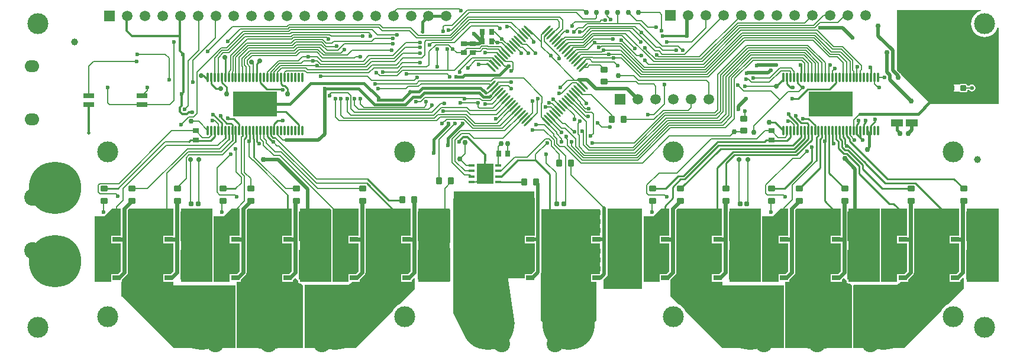
<source format=gtl>
G04*
G04 #@! TF.GenerationSoftware,Altium Limited,Altium Designer,22.0.2 (36)*
G04*
G04 Layer_Physical_Order=1*
G04 Layer_Color=255*
%FSLAX25Y25*%
%MOIN*%
G70*
G04*
G04 #@! TF.SameCoordinates,06085A55-5152-446A-B416-8F2777D31781*
G04*
G04*
G04 #@! TF.FilePolarity,Positive*
G04*
G01*
G75*
%ADD11C,0.02362*%
%ADD12C,0.00984*%
%ADD15C,0.00600*%
%ADD17C,0.01968*%
%ADD18C,0.00800*%
%ADD19C,0.01575*%
%ADD29R,0.05906X0.02992*%
%ADD30R,0.06693X0.03937*%
G04:AMPARAMS|DCode=31|XSize=39.37mil|YSize=35.43mil|CornerRadius=4.43mil|HoleSize=0mil|Usage=FLASHONLY|Rotation=180.000|XOffset=0mil|YOffset=0mil|HoleType=Round|Shape=RoundedRectangle|*
%AMROUNDEDRECTD31*
21,1,0.03937,0.02657,0,0,180.0*
21,1,0.03051,0.03543,0,0,180.0*
1,1,0.00886,-0.01526,0.01329*
1,1,0.00886,0.01526,0.01329*
1,1,0.00886,0.01526,-0.01329*
1,1,0.00886,-0.01526,-0.01329*
%
%ADD31ROUNDEDRECTD31*%
G04:AMPARAMS|DCode=32|XSize=39.37mil|YSize=35.43mil|CornerRadius=4.43mil|HoleSize=0mil|Usage=FLASHONLY|Rotation=270.000|XOffset=0mil|YOffset=0mil|HoleType=Round|Shape=RoundedRectangle|*
%AMROUNDEDRECTD32*
21,1,0.03937,0.02657,0,0,270.0*
21,1,0.03051,0.03543,0,0,270.0*
1,1,0.00886,-0.01329,-0.01526*
1,1,0.00886,-0.01329,0.01526*
1,1,0.00886,0.01329,0.01526*
1,1,0.00886,0.01329,-0.01526*
%
%ADD32ROUNDEDRECTD32*%
%ADD33R,0.03543X0.01181*%
G04:AMPARAMS|DCode=35|XSize=11.81mil|YSize=70.87mil|CornerRadius=0mil|HoleSize=0mil|Usage=FLASHONLY|Rotation=45.000|XOffset=0mil|YOffset=0mil|HoleType=Round|Shape=Round|*
%AMOVALD35*
21,1,0.05906,0.01181,0.00000,0.00000,135.0*
1,1,0.01181,0.02088,-0.02088*
1,1,0.01181,-0.02088,0.02088*
%
%ADD35OVALD35*%

G04:AMPARAMS|DCode=36|XSize=11.81mil|YSize=70.87mil|CornerRadius=0mil|HoleSize=0mil|Usage=FLASHONLY|Rotation=315.000|XOffset=0mil|YOffset=0mil|HoleType=Round|Shape=Round|*
%AMOVALD36*
21,1,0.05906,0.01181,0.00000,0.00000,45.0*
1,1,0.01181,-0.02088,-0.02088*
1,1,0.01181,0.02088,0.02088*
%
%ADD36OVALD36*%

%ADD37R,0.25000X0.14213*%
%ADD38O,0.01181X0.05512*%
%ADD39R,0.02756X0.03347*%
%ADD40R,0.03347X0.02756*%
G04:AMPARAMS|DCode=41|XSize=23.62mil|YSize=23.62mil|CornerRadius=2.36mil|HoleSize=0mil|Usage=FLASHONLY|Rotation=90.000|XOffset=0mil|YOffset=0mil|HoleType=Round|Shape=RoundedRectangle|*
%AMROUNDEDRECTD41*
21,1,0.02362,0.01890,0,0,90.0*
21,1,0.01890,0.02362,0,0,90.0*
1,1,0.00472,0.00945,0.00945*
1,1,0.00472,0.00945,-0.00945*
1,1,0.00472,-0.00945,-0.00945*
1,1,0.00472,-0.00945,0.00945*
%
%ADD41ROUNDEDRECTD41*%
G04:AMPARAMS|DCode=42|XSize=31.5mil|YSize=31.5mil|CornerRadius=3.94mil|HoleSize=0mil|Usage=FLASHONLY|Rotation=0.000|XOffset=0mil|YOffset=0mil|HoleType=Round|Shape=RoundedRectangle|*
%AMROUNDEDRECTD42*
21,1,0.03150,0.02362,0,0,0.0*
21,1,0.02362,0.03150,0,0,0.0*
1,1,0.00787,0.01181,-0.01181*
1,1,0.00787,-0.01181,-0.01181*
1,1,0.00787,-0.01181,0.01181*
1,1,0.00787,0.01181,0.01181*
%
%ADD42ROUNDEDRECTD42*%
%ADD49R,0.09803X0.11811*%
%ADD67C,0.03000*%
%ADD68C,0.00984*%
%ADD69C,0.03937*%
%ADD70R,0.05906X0.18504*%
%ADD71R,0.04528X0.02756*%
%ADD72R,0.08661X0.16535*%
%ADD73C,0.01181*%
%ADD74C,0.00799*%
%ADD75R,0.45669X0.04100*%
%ADD76R,0.14567X0.14567*%
%ADD77R,0.12205X0.35433*%
%ADD78O,0.08300X0.06700*%
%ADD79C,0.05906*%
%ADD80C,0.29528*%
%ADD81C,0.11811*%
%ADD82R,0.05906X0.05906*%
%ADD83C,0.09449*%
%ADD84C,0.02362*%
%ADD85C,0.02000*%
%ADD86C,0.02953*%
%ADD87C,0.02756*%
%ADD88C,0.03150*%
G36*
X541022Y194882D02*
X541163Y194709D01*
X540987Y194133D01*
X540426Y193963D01*
X539124Y193268D01*
X537984Y192331D01*
X537047Y191190D01*
X536352Y189889D01*
X535923Y188477D01*
X535779Y187008D01*
X535923Y185539D01*
X536352Y184127D01*
X537047Y182825D01*
X537984Y181685D01*
X539124Y180748D01*
X540426Y180053D01*
X541838Y179624D01*
X543307Y179480D01*
X544776Y179624D01*
X546188Y180053D01*
X547490Y180748D01*
X548631Y181685D01*
X549567Y182825D01*
X550262Y184127D01*
X550432Y184687D01*
X551008Y184864D01*
X551181Y184723D01*
X551181Y141732D01*
X512992D01*
X496172Y158553D01*
X496168Y158570D01*
X495774Y159160D01*
X494095Y160839D01*
X494095Y185039D01*
Y194882D01*
X541022Y194882D01*
D02*
G37*
G36*
X262303Y107874D02*
X261319D01*
Y109843D01*
X262303D01*
Y107874D01*
D02*
G37*
G36*
X289894Y83051D02*
X289895Y83047D01*
X289894Y83042D01*
X289914Y82946D01*
Y67512D01*
X284240D01*
Y63157D01*
X289914D01*
Y61496D01*
X289894Y61398D01*
X289914Y61299D01*
Y47603D01*
X288169Y45858D01*
X284240D01*
Y43307D01*
X275590D01*
X269685Y78740D01*
X263779D01*
Y78740D01*
X269685D01*
X278740Y17717D01*
X268898Y2756D01*
X250000Y11811D01*
X244094Y23622D01*
Y75984D01*
X244094D01*
X244094Y75984D01*
X244094D01*
X244094Y75984D01*
Y88189D01*
Y88420D01*
X244488Y88583D01*
Y88583D01*
X244488Y88583D01*
X289894D01*
Y83051D01*
D02*
G37*
G36*
X365686Y67512D02*
X360224D01*
Y63158D01*
X365686D01*
Y47493D01*
X364051Y45858D01*
X360224D01*
Y41504D01*
X359793Y41339D01*
X351181D01*
Y78347D01*
X356693Y78347D01*
X361023Y82677D01*
X365686D01*
Y67512D01*
D02*
G37*
G36*
X499544Y82677D02*
Y67512D01*
X494082D01*
Y63158D01*
X499544D01*
Y47493D01*
X497910Y45858D01*
X494082D01*
Y41504D01*
X493651Y41339D01*
X485102D01*
Y82677D01*
X499544Y82677D01*
D02*
G37*
G36*
X190489D02*
Y67512D01*
X185027D01*
Y63158D01*
X190489D01*
Y47493D01*
X188854Y45858D01*
X185027D01*
Y41504D01*
X184596Y41339D01*
X176047D01*
Y82677D01*
X190489Y82677D01*
D02*
G37*
G36*
X551181Y41339D02*
X533464D01*
Y82677D01*
X551181D01*
Y41339D01*
D02*
G37*
G36*
X484252D02*
X466535D01*
Y82677D01*
X484252D01*
Y41339D01*
D02*
G37*
G36*
X432615Y67512D02*
X427153D01*
Y63158D01*
X432615D01*
Y47493D01*
X430981Y45858D01*
X427153D01*
Y41504D01*
X426722Y41339D01*
X418122D01*
Y61232D01*
X418110D01*
Y62784D01*
X418122D01*
Y78347D01*
X424016D01*
X428346Y82677D01*
X432615D01*
Y67512D01*
D02*
G37*
G36*
X417323Y78425D02*
X417307Y78347D01*
Y62844D01*
X417295Y62784D01*
Y61232D01*
X417307Y61173D01*
Y41339D01*
X399606D01*
Y82677D01*
X417323D01*
Y78425D01*
D02*
G37*
G36*
X242126Y41339D02*
X224409D01*
Y82677D01*
X242126D01*
Y41339D01*
D02*
G37*
G36*
X175197Y82053D02*
Y41339D01*
X157480D01*
Y82677D01*
X174573D01*
X175197Y82053D01*
D02*
G37*
G36*
X123560Y67512D02*
X118098D01*
Y63158D01*
X123560D01*
Y47493D01*
X121925Y45858D01*
X118098D01*
Y41504D01*
X117667Y41339D01*
X109067D01*
Y61232D01*
X109055D01*
Y62784D01*
X109067D01*
Y78347D01*
X114567D01*
X118897Y82677D01*
X123560D01*
Y67512D01*
D02*
G37*
G36*
X108268Y78425D02*
X108252Y78347D01*
Y62843D01*
X108240Y62784D01*
Y61232D01*
X108252Y61173D01*
Y41339D01*
X90551D01*
Y82677D01*
X108268D01*
Y78425D01*
D02*
G37*
G36*
X56630Y67512D02*
X51169D01*
Y63158D01*
X56630D01*
Y47493D01*
X54996Y45858D01*
X51169D01*
Y41504D01*
X50738Y41339D01*
X42126D01*
Y78347D01*
X47244D01*
X47978Y79081D01*
X48278Y79281D01*
X48478Y79581D01*
X51575Y82677D01*
X56630D01*
Y67512D01*
D02*
G37*
G36*
X350394Y78485D02*
X350366Y78347D01*
Y41339D01*
X350394Y41200D01*
Y37402D01*
X328740D01*
Y42704D01*
X330419Y44383D01*
X330814Y44973D01*
X330952Y45669D01*
Y65354D01*
Y82677D01*
X350394D01*
Y78485D01*
D02*
G37*
G36*
X529071Y67512D02*
X523610D01*
Y63158D01*
X529071D01*
Y47493D01*
X527437Y45858D01*
X523610D01*
Y41504D01*
X529736D01*
Y42446D01*
X531034Y43744D01*
X531496Y43553D01*
Y37402D01*
X522696Y28602D01*
X521408Y27913D01*
X520267Y26977D01*
X519331Y25836D01*
X518642Y24548D01*
X498031Y3937D01*
X469319D01*
Y39370D01*
X469480Y39566D01*
X494094D01*
X496247Y41504D01*
X500209D01*
Y42446D01*
X502991Y45228D01*
X502991Y45228D01*
X503428Y45883D01*
X503582Y46656D01*
X503582Y46656D01*
Y65335D01*
Y82677D01*
X529071D01*
Y67512D01*
D02*
G37*
G36*
X462142D02*
X456681D01*
Y63158D01*
X462142D01*
Y47493D01*
X460508Y45858D01*
X456681D01*
Y41504D01*
X462807D01*
Y42446D01*
X464117Y43757D01*
X465343Y42531D01*
Y42114D01*
X465721D01*
Y41339D01*
X465782Y41027D01*
X465959Y40762D01*
X466223Y40586D01*
X466535Y40524D01*
X467350D01*
X468504Y39370D01*
Y3937D01*
X431102D01*
Y39370D01*
Y41504D01*
X433280D01*
Y42446D01*
X436062Y45228D01*
X436062Y45228D01*
X436499Y45883D01*
X436525Y46012D01*
X436653Y46656D01*
X436653Y46656D01*
Y65335D01*
Y82026D01*
X437304Y82677D01*
X462142D01*
Y67512D01*
D02*
G37*
G36*
X395213D02*
X389752D01*
Y63158D01*
X395213D01*
Y47493D01*
X393579Y45858D01*
X389752D01*
Y41504D01*
X395669D01*
Y39370D01*
X430288D01*
Y3937D01*
X395669D01*
X375059Y24548D01*
X374370Y25836D01*
X373434Y26977D01*
X372293Y27913D01*
X371004Y28602D01*
X366142Y33464D01*
X366142Y41504D01*
X366350D01*
Y42446D01*
X369132Y45228D01*
X369132Y45228D01*
X369570Y45883D01*
X369596Y46012D01*
X369724Y46656D01*
X369724Y46656D01*
Y65335D01*
Y82026D01*
X370375Y82677D01*
X395213D01*
Y67512D01*
D02*
G37*
G36*
X326772Y67512D02*
X321642D01*
Y63157D01*
X326772D01*
Y45879D01*
X326751Y45858D01*
X321642D01*
Y41504D01*
X324372D01*
X324803Y41339D01*
Y19685D01*
X309055Y3937D01*
X293307Y19685D01*
Y45997D01*
X293412Y46154D01*
X293550Y46850D01*
Y61417D01*
Y65354D01*
Y82284D01*
X326772D01*
Y67512D01*
D02*
G37*
G36*
X220016Y67512D02*
X214555D01*
Y63158D01*
X220016D01*
Y47493D01*
X218382Y45858D01*
X214555D01*
Y41504D01*
X220681D01*
Y42446D01*
X221979Y43744D01*
X222441Y43553D01*
Y37402D01*
X213641Y28602D01*
X212353Y27913D01*
X211212Y26977D01*
X210276Y25836D01*
X209587Y24548D01*
X188976Y3937D01*
X160264D01*
Y39370D01*
X160424Y39566D01*
X185039D01*
X187192Y41504D01*
X191153D01*
Y42446D01*
X193935Y45228D01*
X193936Y45228D01*
X194373Y45883D01*
X194527Y46656D01*
X194527Y46656D01*
Y65335D01*
Y82677D01*
X220016D01*
Y67512D01*
D02*
G37*
G36*
X153087D02*
X147626D01*
Y63158D01*
X153087D01*
Y47493D01*
X151453Y45858D01*
X147626D01*
Y41504D01*
X153752D01*
Y42447D01*
X155062Y43757D01*
X156287Y42531D01*
Y42114D01*
X156665D01*
Y41339D01*
X156727Y41027D01*
X156904Y40762D01*
X157168Y40586D01*
X157480Y40524D01*
X158295D01*
X159449Y39370D01*
Y3937D01*
X122047D01*
Y39370D01*
Y41504D01*
X124224D01*
Y42446D01*
X127006Y45228D01*
X127006Y45228D01*
X127444Y45883D01*
X127470Y46012D01*
X127598Y46656D01*
X127598Y46656D01*
Y65335D01*
Y82026D01*
X128249Y82677D01*
X153087D01*
Y67512D01*
D02*
G37*
G36*
X86158D02*
X80697D01*
Y63158D01*
X86158D01*
Y47493D01*
X84524Y45858D01*
X80697D01*
Y41504D01*
X86221D01*
Y39370D01*
X121232D01*
Y3937D01*
X86614D01*
X57087Y33464D01*
Y41504D01*
X57295D01*
Y42446D01*
X60077Y45228D01*
X60077Y45228D01*
X60515Y45883D01*
X60540Y46012D01*
X60669Y46656D01*
X60669Y46656D01*
Y65335D01*
Y82026D01*
X61320Y82677D01*
X86158D01*
Y67512D01*
D02*
G37*
%LPC*%
G36*
X532480Y153185D02*
X530118D01*
X529653Y153092D01*
X529258Y152829D01*
X529210Y152756D01*
X525984D01*
Y148819D01*
X529210D01*
X529258Y148746D01*
X529653Y148483D01*
X530118Y148390D01*
X532480D01*
X532946Y148483D01*
X533340Y148746D01*
X533604Y149141D01*
X533688Y149565D01*
X534656D01*
X534793Y149360D01*
X535448Y148922D01*
X536221Y148768D01*
X536993Y148922D01*
X537648Y149360D01*
X538086Y150015D01*
X538240Y150787D01*
X538086Y151560D01*
X537648Y152215D01*
X536993Y152653D01*
X536221Y152806D01*
X535448Y152653D01*
X534793Y152215D01*
X534656Y152010D01*
X533688D01*
X533604Y152434D01*
X533340Y152829D01*
X532946Y153092D01*
X532480Y153185D01*
D02*
G37*
G36*
X263386Y78184D02*
X262695Y78047D01*
X262402Y77851D01*
X262109Y78047D01*
X261417Y78184D01*
X260726Y78047D01*
X260433Y77851D01*
X260140Y78047D01*
X259449Y78184D01*
X258757Y78047D01*
X258465Y77851D01*
X258172Y78047D01*
X257480Y78184D01*
X256789Y78047D01*
X256496Y77851D01*
X256203Y78047D01*
X255512Y78184D01*
X254820Y78047D01*
X254235Y77655D01*
X253843Y77069D01*
X253705Y76378D01*
X253843Y75687D01*
X254039Y75394D01*
X253843Y75101D01*
X253705Y74409D01*
X253843Y73718D01*
X254039Y73425D01*
X253843Y73132D01*
X253705Y72441D01*
X253843Y71750D01*
X254039Y71457D01*
X253843Y71164D01*
X253705Y70472D01*
X253843Y69781D01*
X254235Y69195D01*
X254820Y68804D01*
X255512Y68666D01*
X256203Y68804D01*
X256496Y68999D01*
X256789Y68804D01*
X257480Y68666D01*
X258172Y68804D01*
X258465Y68999D01*
X258757Y68804D01*
X259449Y68666D01*
X260140Y68804D01*
X260433Y68999D01*
X260726Y68804D01*
X261417Y68666D01*
X262109Y68804D01*
X262402Y68999D01*
X262695Y68804D01*
X263386Y68666D01*
X264077Y68804D01*
X264663Y69195D01*
X265055Y69781D01*
X265192Y70472D01*
X265055Y71164D01*
X264859Y71457D01*
X265055Y71750D01*
X265192Y72441D01*
X265055Y73132D01*
X264859Y73425D01*
X265055Y73718D01*
X265192Y74409D01*
X265055Y75101D01*
X264859Y75394D01*
X265055Y75687D01*
X265192Y76378D01*
X265055Y77069D01*
X264663Y77655D01*
X264077Y78047D01*
X263386Y78184D01*
D02*
G37*
%LPD*%
D11*
X434634Y82862D02*
X438976Y87205D01*
X434634Y65335D02*
Y82862D01*
X367705D02*
X372047Y87205D01*
X367705Y65335D02*
Y82862D01*
X363287Y43681D02*
X364730D01*
X367705Y46656D01*
X363287Y65335D02*
X367705D01*
Y46656D02*
Y65335D01*
X526673Y43681D02*
X528116D01*
X531090Y46656D01*
X526673Y65335D02*
X531090D01*
Y87205D02*
X531496D01*
X531090Y46656D02*
Y65335D01*
X497146Y43681D02*
X498588D01*
X501563Y46656D01*
X497146Y65335D02*
X501563D01*
Y87205D02*
X501968D01*
X501563Y46656D02*
Y65335D01*
X459744Y43681D02*
X461186D01*
X464161Y46656D01*
X459744Y65335D02*
X464161D01*
Y87205D02*
X464567D01*
X464161Y46656D02*
Y65335D01*
X430217Y43681D02*
X431659D01*
X434634Y46656D01*
X430217Y65335D02*
X434634D01*
Y46656D02*
Y65335D01*
X397232Y46656D02*
Y65335D01*
Y87205D02*
X397638D01*
X392815Y65335D02*
X397232D01*
X394257Y43681D02*
X397232Y46656D01*
X392815Y43681D02*
X394257D01*
X125579Y82862D02*
X129921Y87205D01*
X125579Y65335D02*
Y82862D01*
X83760Y43681D02*
X85202D01*
X88177Y46656D01*
X83760Y65335D02*
X88177D01*
Y87205D02*
X88582D01*
X88177Y46656D02*
Y65335D01*
X125579Y46656D02*
Y65335D01*
X121161D02*
X125579D01*
X122604Y43681D02*
X125579Y46656D01*
X121161Y43681D02*
X122604D01*
X155106Y46656D02*
Y65335D01*
Y87205D02*
X155512D01*
X150689Y65335D02*
X155106D01*
X152131Y43681D02*
X155106Y46656D01*
X150689Y43681D02*
X152131D01*
X192508Y46656D02*
Y65335D01*
Y87205D02*
X192913D01*
X188090Y65335D02*
X192508D01*
X189533Y43681D02*
X192508Y46656D01*
X188090Y43681D02*
X189533D01*
X222035Y46656D02*
Y65335D01*
Y87205D02*
X222441D01*
X217618Y65335D02*
X222035D01*
X219060Y43681D02*
X222035Y46656D01*
X217618Y43681D02*
X219060D01*
X58649Y46656D02*
Y65335D01*
X54232D02*
X58649D01*
X55674Y43681D02*
X58649Y46656D01*
X54232Y43681D02*
X55674D01*
X192508Y65335D02*
Y87205D01*
Y65335D02*
Y87205D01*
Y65335D02*
Y87205D01*
Y65335D02*
Y87205D01*
X88177Y65335D02*
Y87205D01*
Y65335D02*
Y87205D01*
Y65335D02*
Y87205D01*
X155106Y65335D02*
Y87205D01*
Y65335D02*
Y87205D01*
Y65335D02*
Y87205D01*
Y65335D02*
Y87205D01*
X222035Y65335D02*
Y87205D01*
Y65335D02*
Y87205D01*
Y65335D02*
Y87205D01*
Y65335D02*
Y87205D01*
X501563Y65335D02*
Y87205D01*
Y65335D02*
Y87205D01*
Y65335D02*
Y87205D01*
Y65335D02*
Y87205D01*
X397232Y65335D02*
Y87205D01*
Y65335D02*
Y87205D01*
Y65335D02*
Y87205D01*
Y65335D02*
Y87205D01*
X464161Y65335D02*
Y87205D01*
Y65335D02*
Y87205D01*
Y65335D02*
Y87205D01*
Y65335D02*
Y87205D01*
X531090Y65335D02*
Y87205D01*
Y65335D02*
Y87205D01*
Y65335D02*
Y87205D01*
Y65335D02*
Y87205D01*
X88177Y65335D02*
Y87205D01*
X58649Y65335D02*
Y82862D01*
X62992Y87205D01*
D12*
X143110Y137401D02*
Y141732D01*
X119488Y121063D02*
Y130118D01*
X121457Y120275D02*
Y126772D01*
X108661Y135827D02*
X113496Y130992D01*
X112992Y134299D02*
Y135039D01*
X116929Y133205D02*
Y133858D01*
X110280Y150393D02*
X112992D01*
X113669Y153748D02*
X116142Y151275D01*
Y147244D02*
Y151275D01*
X113669Y153748D02*
Y156693D01*
X107677Y152996D02*
X110280Y150393D01*
X107677Y152996D02*
Y156693D01*
X116929Y133205D02*
X116929Y133205D01*
X117059Y133335D01*
X120371D01*
X113496Y126772D02*
Y130992D01*
X116472Y130819D02*
X118787D01*
X112992Y134299D02*
X116472Y130819D01*
X147965Y152079D02*
X149102D01*
X363287Y84153D02*
X367717Y88583D01*
X363287Y80335D02*
Y84153D01*
X367717Y88583D02*
Y94874D01*
X363583Y93898D02*
X370756Y101071D01*
X356299Y93898D02*
X363583D01*
X367717Y94874D02*
X372130Y99287D01*
X489764Y85346D02*
X492134D01*
X472748Y102362D02*
X489764Y85346D01*
X492134D02*
X497146Y80335D01*
X488575Y99266D02*
X526127D01*
X467212Y120629D02*
X488575Y99266D01*
X467212Y120629D02*
Y121960D01*
X465551Y123620D02*
X467212Y121960D01*
X465551Y123620D02*
Y126772D01*
X464700Y119157D02*
X465747Y118110D01*
X466439D01*
X462916Y117444D02*
Y121211D01*
Y117444D02*
X464786Y115575D01*
X466452D01*
X474531Y107495D01*
X461133Y116705D02*
Y120472D01*
Y116705D02*
X464047Y113791D01*
X465713D01*
X472748Y106757D01*
X459646Y121959D02*
X461133Y120472D01*
X459646Y121959D02*
Y126772D01*
X457677Y119881D02*
Y126772D01*
Y119881D02*
X458267Y119291D01*
X463583Y123066D02*
X464700Y121949D01*
X463583Y123066D02*
Y126772D01*
X464700Y119157D02*
Y121949D01*
X461614Y122513D02*
Y126772D01*
Y122513D02*
X462916Y121211D01*
X455709Y102756D02*
Y126772D01*
Y102756D02*
X464567Y93898D01*
X453149Y86930D02*
Y120866D01*
Y86930D02*
X459744Y80335D01*
X453740Y121457D02*
Y126772D01*
X453149Y120866D02*
X453740Y121457D01*
X450676Y105598D02*
Y121936D01*
X450874Y122134D01*
X438976Y93898D02*
X450676Y105598D01*
X448732Y109596D02*
Y122843D01*
X472748Y102362D02*
Y106757D01*
X448732Y122843D02*
X449803Y123913D01*
X466439Y118110D02*
X476315Y108234D01*
X474531Y104973D02*
Y107495D01*
Y104973D02*
X485607Y93898D01*
X501968D01*
X476315Y107937D02*
Y108234D01*
Y107937D02*
X487291Y96961D01*
X446063Y109449D02*
Y117323D01*
X473425Y122638D02*
X474803Y121260D01*
X477953Y116929D02*
Y126181D01*
Y116929D02*
X478740Y117717D01*
Y126181D01*
X487291Y96961D02*
X504213D01*
X402276Y112906D02*
X437357D01*
X401600Y114752D02*
X436682D01*
X394685Y116535D02*
X435943D01*
X435204Y118319D02*
X439960Y123075D01*
X393274Y118319D02*
X435204D01*
X439960Y123075D02*
Y126772D01*
X101969Y157874D02*
X103149D01*
X115354Y168110D02*
X115551Y167914D01*
X195686Y99266D02*
X207649Y87303D01*
X195157Y96961D02*
X211783Y80335D01*
X280352Y110039D02*
X290449D01*
X271100Y100787D02*
X280352Y110039D01*
X105512Y155512D02*
X105709Y155709D01*
X115551Y156693D02*
Y167914D01*
X144926Y132283D02*
X148031D01*
X143110Y137401D02*
X149606D01*
X147047Y152996D02*
X147965Y152079D01*
X147047Y152996D02*
Y156693D01*
X211783Y80335D02*
X217618D01*
X207649Y87303D02*
X215846D01*
X135236Y153740D02*
Y156693D01*
X114173Y93898D02*
X121457D01*
X450874Y122134D02*
X451771Y123031D01*
Y126772D01*
X449803Y123913D02*
Y126772D01*
X422047Y131496D02*
X425394D01*
X430118Y126772D01*
X479417Y129717D02*
X481496Y131795D01*
X476378Y131265D02*
Y132283D01*
X475393Y130281D02*
X476378Y131265D01*
X475393Y126772D02*
Y130281D01*
X471456Y130119D02*
X472440Y131102D01*
X433071Y135320D02*
Y136221D01*
X437007Y133906D02*
Y135039D01*
X447835Y126772D02*
X447921Y126858D01*
Y127559D01*
X447835Y127472D02*
X447921Y127559D01*
X447835Y127472D02*
Y129630D01*
X113583Y156693D02*
X113669D01*
X143110Y130468D02*
X144926Y132283D01*
X143110Y126772D02*
Y130468D01*
X479331Y156693D02*
Y162106D01*
X120371Y133335D02*
X123425Y130280D01*
Y126772D02*
Y130280D01*
X113496Y126772D02*
X113583D01*
X392519Y80630D02*
Y105672D01*
X437357Y112906D02*
X445866Y121414D01*
X479331Y126772D02*
X479417D01*
X473425Y122638D02*
Y126772D01*
X477362D02*
X477953Y126181D01*
X478740Y126181D02*
X479331Y126772D01*
X504213Y96961D02*
X520838Y80335D01*
X526127Y99266D02*
X531496Y93898D01*
X520838Y80335D02*
X526673D01*
X463583Y126772D02*
X463669Y126685D01*
X423228Y121260D02*
X423547Y120941D01*
X433968Y126772D02*
X434055D01*
X392519Y80630D02*
X392815Y80335D01*
X445866Y121414D02*
Y126772D01*
X436682Y114752D02*
X443897Y121968D01*
Y126772D01*
X435943Y116535D02*
X441929Y122521D01*
Y126772D01*
X431921Y120941D02*
X433968Y122988D01*
X430118Y155709D02*
Y156693D01*
X459646Y153740D02*
Y156693D01*
X423547Y120941D02*
X431921D01*
X423228Y93898D02*
X430512D01*
X446063Y109449D01*
X94833Y120264D02*
X95829Y121260D01*
X98819D01*
X125307Y126685D02*
X125394Y126772D01*
X105709Y155709D02*
Y156693D01*
X109559Y126772D02*
X109646D01*
X98819Y121260D02*
X99138Y120941D01*
X156890Y126772D02*
Y130118D01*
X149606Y137401D02*
X156890Y130118D01*
X420239Y121260D02*
X423228D01*
X419243Y120264D02*
X420239Y121260D01*
X433968Y122988D02*
Y126772D01*
X479417D02*
Y129717D01*
X479134Y162303D02*
X479331Y162106D01*
X472440Y131102D02*
Y132283D01*
X443373Y130992D02*
X443898Y130468D01*
Y126772D02*
Y130468D01*
X433071Y135320D02*
X437992Y130399D01*
Y126772D02*
Y130399D01*
X437007Y133906D02*
X439921Y130992D01*
X443373D01*
X440945Y133465D02*
X441075Y133335D01*
X444130D01*
X447835Y129630D01*
X456035Y150130D02*
X459646Y153740D01*
X432087Y152996D02*
Y156693D01*
Y152996D02*
X433902Y151181D01*
X269272Y100787D02*
X271100D01*
X277903Y107590D02*
X280352Y110039D01*
X281102D01*
X290449Y109937D02*
X298228Y102157D01*
Y72834D02*
Y102157D01*
X477165Y116142D02*
X477362Y116339D01*
X471456Y124607D02*
Y130119D01*
Y124607D02*
X473425Y122638D01*
X397638Y93898D02*
Y108268D01*
X402276Y112906D01*
X392519Y105672D02*
X401600Y114752D01*
X439764Y163779D02*
X439960Y163583D01*
Y156693D02*
Y163583D01*
X392520Y120264D02*
X419243D01*
X392520Y120087D02*
Y120264D01*
X135236Y153740D02*
X138847Y150130D01*
X147508D01*
X148031Y149606D01*
X133268Y156693D02*
Y164370D01*
X135039Y166142D01*
X435039Y144882D02*
X438410D01*
X443658Y150130D01*
X456035D01*
X437992Y153578D02*
Y156693D01*
Y153578D02*
X440389Y151181D01*
X440945D01*
X433902Y151181D02*
X435433D01*
X425984Y151575D02*
X430118Y155709D01*
X372047Y93898D02*
X394685Y116535D01*
X372130Y99287D02*
X374243D01*
X393274Y118319D01*
X370756Y101071D02*
X373504D01*
X392520Y120087D01*
X47244Y93898D02*
X55315D01*
X125307Y123827D02*
Y126685D01*
X131299Y122197D02*
Y126772D01*
X127362Y123031D02*
Y126772D01*
X126464Y122134D02*
X127362Y123031D01*
X99138Y120941D02*
X107161D01*
X109559Y123338D01*
Y126772D01*
X115551Y122404D02*
Y126772D01*
X117520Y121850D02*
Y126772D01*
X83464Y80630D02*
X83760Y80335D01*
X118787Y130819D02*
X119488Y130118D01*
X129331Y121063D02*
Y126772D01*
X129134Y120866D02*
X129331Y121063D01*
X142331Y122724D02*
X143558D01*
X150689Y80335D02*
Y90510D01*
X131803Y111657D02*
Y119612D01*
X131299Y122197D02*
X131606Y121890D01*
X131590Y119825D02*
X131803Y119612D01*
X131589Y119825D02*
X131590D01*
X131589D02*
X131606Y119842D01*
Y121890D01*
X133268Y122751D02*
Y126772D01*
Y122751D02*
X133390Y122629D01*
Y120547D02*
Y122629D01*
Y120547D02*
X134646Y119291D01*
X141142Y123913D02*
Y126772D01*
Y123913D02*
X142331Y122724D01*
X139173Y123360D02*
X142281Y120252D01*
X139173Y123360D02*
Y126772D01*
X103149Y157874D02*
X105512Y155512D01*
X269272Y97638D02*
X284055D01*
X150787Y147244D02*
Y150392D01*
X149102Y152079D02*
X150788Y150393D01*
X150787Y150392D02*
X150788Y150393D01*
D15*
X235039Y162598D02*
Y172835D01*
X234252Y175197D02*
X241339D01*
X230315Y171260D02*
X234252Y175197D01*
X230315Y163779D02*
Y171260D01*
X230709Y175197D02*
X231890Y176378D01*
X353543Y185039D02*
X358268D01*
X350000Y188583D02*
X353543Y185039D01*
X347244Y188583D02*
X350000D01*
X386142Y184567D02*
Y191732D01*
X378346Y176771D02*
X386142Y184567D01*
X223228Y153150D02*
X224803Y154724D01*
X265314D01*
X224409Y151575D02*
X225984Y153150D01*
X264311D01*
X227953Y145276D02*
X250000D01*
X225590Y142913D02*
X227953Y145276D01*
X253209Y187854D02*
X276670D01*
X253033Y189253D02*
X302479D01*
X242735Y178955D02*
X253033Y189253D01*
X223407Y178955D02*
X242735D01*
X252464Y190653D02*
X303835D01*
X242165Y180354D02*
X252464Y190653D01*
X224370Y180354D02*
X242165D01*
X252900Y193451D02*
X313242D01*
X242913Y183465D02*
X252900Y193451D01*
X251969Y194882D02*
X317323D01*
X253937Y185827D02*
X268898D01*
X270472Y184252D01*
X68780Y146457D02*
X71653Y149330D01*
Y151181D01*
X50276Y141457D02*
X68780D01*
X49213Y142520D02*
X50276Y141457D01*
X49213Y142520D02*
Y151181D01*
X347346Y169190D02*
X350102D01*
X338685Y177851D02*
X347346Y169190D01*
X338699Y175591D02*
X351771Y162518D01*
X324410Y175591D02*
X338699D01*
X337901Y174409D02*
X351192Y161119D01*
X327559Y174409D02*
X337901D01*
X326772Y173622D02*
X327559Y174409D01*
X361499Y174328D02*
X370630D01*
X348819Y187008D02*
X361499Y174328D01*
X336614Y187008D02*
X348819D01*
X358314Y173575D02*
X360283D01*
X361811Y172047D01*
X350000Y181890D02*
X358314Y173575D01*
X346457Y185433D02*
X350000Y181890D01*
X320079Y185433D02*
X346457D01*
X359842Y171653D02*
X361729Y169767D01*
X357480Y171653D02*
X359842D01*
X344882Y184252D02*
X357480Y171653D01*
X321260Y184252D02*
X344882D01*
X361729Y169767D02*
X374176D01*
X352756Y172047D02*
Y172441D01*
Y172047D02*
X357835Y166969D01*
X351969Y173228D02*
X352756Y172441D01*
X361417Y183071D02*
Y192126D01*
X361811Y172047D02*
X369685D01*
X358661Y169291D02*
X359585Y168368D01*
X357835Y166969D02*
X383744D01*
X362992Y141732D02*
Y152756D01*
X326657Y163698D02*
X329134Y161221D01*
X320709Y163698D02*
X326657D01*
X346850Y154528D02*
X348425Y152953D01*
X356890D01*
X329134Y154528D02*
X346850D01*
X356890Y152953D02*
X358032Y151811D01*
Y144488D02*
Y151811D01*
X357087Y135827D02*
X362992Y141732D01*
X353543Y135827D02*
X357087D01*
X388032Y144488D02*
Y153701D01*
X386614Y155118D02*
X388032Y153701D01*
X348425Y155118D02*
X386614D01*
X392913Y138416D02*
Y158329D01*
X391163Y136666D02*
X392913Y138416D01*
X362831Y136666D02*
X391163D01*
X392913Y158329D02*
X409433Y174848D01*
X394488Y157925D02*
X410012Y173449D01*
X394488Y137795D02*
Y157925D01*
X396063Y157521D02*
X410592Y172050D01*
X396063Y137402D02*
Y157521D01*
X397638Y157117D02*
X411171Y170651D01*
X397638Y136221D02*
Y157117D01*
X399213Y156713D02*
X411751Y169252D01*
X399213Y135433D02*
Y156713D01*
X400787Y156309D02*
X412330Y167852D01*
X400787Y134646D02*
Y156309D01*
X402362Y155905D02*
X412910Y166453D01*
X402362Y133465D02*
Y155905D01*
X404331Y152362D02*
X407480Y149213D01*
X422835D01*
X408268Y151575D02*
X425984D01*
X391959Y135266D02*
X394488Y137795D01*
X363410Y135266D02*
X391959D01*
X392529Y133867D02*
X396063Y137402D01*
X363990Y133867D02*
X392529D01*
X393885Y132468D02*
X397638Y136221D01*
X364570Y132468D02*
X393885D01*
X394848Y131069D02*
X399213Y135433D01*
X365149Y131069D02*
X394848D01*
X395811Y129670D02*
X400787Y134646D01*
X365729Y129670D02*
X395811D01*
X397168Y128270D02*
X402362Y133465D01*
X366308Y128270D02*
X397168D01*
X451493Y156693D02*
Y165169D01*
X338976Y180315D02*
X346165Y173126D01*
X345669Y157874D02*
X348425Y155118D01*
X422835Y149213D02*
X427953Y144095D01*
X408268Y135039D02*
Y137795D01*
X406496Y133268D02*
X408268Y135039D01*
X313242Y193451D02*
X316929Y189764D01*
X324016D01*
X317323Y194882D02*
X318898Y193307D01*
X324803Y190551D02*
Y193307D01*
X324016Y189764D02*
X324803Y190551D01*
X274410Y185433D02*
X275913D01*
X253543Y135827D02*
X268293D01*
X268110Y133465D02*
X268715D01*
X256299Y130709D02*
X268483D01*
X251221Y135787D02*
X256299Y130709D01*
X255512Y129528D02*
X270440D01*
X250652Y134388D02*
X255512Y129528D01*
X255118Y127953D02*
X271555D01*
X250000Y133071D02*
X255118Y127953D01*
X240158Y133071D02*
X250000D01*
X268483Y130709D02*
X275383Y137608D01*
X270440Y129528D02*
X277122Y136209D01*
X271555Y127953D02*
X280760Y137158D01*
X268715Y133465D02*
X276584Y141334D01*
X268293Y135827D02*
X275192Y142726D01*
X237795Y130709D02*
X240158Y133071D01*
X422835Y86811D02*
X423228Y87205D01*
X422835Y80709D02*
Y86811D01*
X355906D02*
X356299Y87205D01*
X355906Y80709D02*
Y86811D01*
X113779D02*
X114173Y87205D01*
X113779Y80709D02*
Y86811D01*
X46850Y80709D02*
Y86811D01*
X99524Y136457D02*
Y154882D01*
X97533Y134465D02*
X99524Y136457D01*
X99491Y154915D02*
Y159708D01*
X95095Y134465D02*
X97533D01*
X99491Y159708D02*
X113169Y173386D01*
X90551Y129921D02*
X95095Y134465D01*
X265102Y143771D02*
X269624Y148293D01*
X151161Y186399D02*
X202683D01*
X174396Y180797D02*
X175271Y179921D01*
X151937Y181239D02*
X152900Y182202D01*
X151357Y182638D02*
X152320Y183601D01*
X150817Y184076D02*
X151741Y185000D01*
X150238Y185476D02*
X151161Y186399D01*
X153474Y180797D02*
X174396D01*
X154054Y179398D02*
X172570D01*
X130491Y169034D02*
X155562D01*
X154983Y170433D02*
X156951Y172402D01*
X129911Y170433D02*
X154983D01*
X154403Y171832D02*
X156372Y173801D01*
X129332Y171832D02*
X154403D01*
X153823Y173231D02*
X155792Y175200D01*
X128752Y173231D02*
X153823D01*
X153244Y174630D02*
X155213Y176599D01*
X128173Y174630D02*
X153244D01*
X152664Y176030D02*
X154633Y177998D01*
X127593Y176030D02*
X152664D01*
X153002Y178346D02*
X154054Y179398D01*
X127931Y178346D02*
X153002D01*
X152517Y179839D02*
X153474Y180797D01*
X126786Y179839D02*
X152517D01*
X126206Y181239D02*
X151937D01*
X125627Y182638D02*
X151357D01*
X123830Y184076D02*
X150817D01*
X119728Y185476D02*
X150238D01*
X172570Y179398D02*
X173622Y178346D01*
X180709Y170472D02*
X182677Y172441D01*
X120054Y168491D02*
X127593Y176030D01*
X121453Y167911D02*
X128173Y174630D01*
X123425Y167904D02*
X128752Y173231D01*
X125039Y167539D02*
X129332Y171832D01*
X126438Y166960D02*
X129911Y170433D01*
X127838Y166380D02*
X130491Y169034D01*
X139173Y159780D02*
X145538Y166145D01*
X141142Y159769D02*
X146118Y164746D01*
X143110Y159759D02*
X146697Y163346D01*
X145079Y159749D02*
X147277Y161947D01*
X109646Y167884D02*
X113749Y171987D01*
X109646Y156693D02*
Y167884D01*
X111614Y167873D02*
X114328Y170587D01*
X111614Y156693D02*
Y167873D01*
X105512Y171260D02*
X119728Y185476D01*
X114328Y170587D02*
X117534D01*
X113749Y171987D02*
X116954D01*
X247638Y160705D02*
X254601Y167668D01*
X266234D01*
X267838Y165275D02*
Y166064D01*
X266234Y167668D02*
X267838Y166064D01*
Y165275D02*
X268232D01*
X264462Y165867D02*
Y166092D01*
X264856Y166262D02*
X266840Y164278D01*
X264632Y166262D02*
X264856D01*
X264462Y166092D02*
X264632Y166262D01*
X266840Y163883D02*
Y164278D01*
X118655Y169070D02*
X127931Y178346D01*
X116929Y177175D02*
X123830Y184076D01*
X116929Y177165D02*
Y177175D01*
X255118Y171182D02*
Y171747D01*
X266836Y156247D02*
X283591D01*
X300563Y135766D02*
X305620Y130709D01*
X450597Y187680D02*
X460630D01*
X464682Y191732D01*
X466142D01*
X412910Y166453D02*
X440315D01*
X442044Y164724D01*
X412330Y167852D02*
X440895D01*
X443898Y164849D01*
X411751Y169252D02*
X441474D01*
X445866Y164860D01*
X411171Y170651D02*
X442054D01*
X447835Y164870D01*
X410592Y172050D02*
X442633D01*
X449803Y164880D01*
X410012Y173449D02*
X443213D01*
X451493Y165169D01*
X409433Y174848D02*
X443792D01*
X453740Y164901D01*
X408977Y155741D02*
X410326D01*
X387548Y156921D02*
X408273Y177647D01*
X386968Y158320D02*
X407694Y179046D01*
X386389Y159720D02*
X407114Y180445D01*
X385809Y161119D02*
X406535Y181844D01*
X385229Y162518D02*
X405955Y183244D01*
X384903Y164170D02*
X405375Y184643D01*
X384323Y165569D02*
X404796Y186042D01*
X383744Y166969D02*
X404216Y187441D01*
X382777Y168368D02*
X406142Y191732D01*
X359585Y168368D02*
X382777D01*
X353940Y164170D02*
X384903D01*
X410326Y155741D02*
X412048Y154019D01*
X422006D01*
X412992Y156299D02*
X422307D01*
X427955Y161947D01*
X422006Y154019D02*
X428535Y160548D01*
X364173Y176771D02*
X378346D01*
X374176Y169767D02*
X396142Y191732D01*
X370630Y174328D02*
X372910Y172047D01*
X351968Y166142D02*
X353940Y164170D01*
X351968Y166142D02*
Y166535D01*
X116375Y173386D02*
X125627Y182638D01*
X250000Y170669D02*
Y171653D01*
X251493Y173146D01*
X258888D01*
X259156Y171435D02*
X260615Y172895D01*
X256979Y171435D02*
X259156D01*
X256667Y171747D02*
X256979Y171435D01*
X255118Y171747D02*
X256667D01*
X260615Y172895D02*
X262755D01*
X258888Y173146D02*
X260036Y174294D01*
X276670Y187854D02*
X283150Y181375D01*
X262755Y172895D02*
X262952Y172698D01*
X269161D01*
X263335Y174294D02*
X263532Y174098D01*
X270546D01*
X260036Y174294D02*
X263335D01*
X269161Y172698D02*
X272408Y169451D01*
X266929Y177559D02*
X268110Y176378D01*
X270546Y174098D02*
X273800Y170843D01*
X271443Y176378D02*
X275192Y172629D01*
X351771Y162518D02*
X385229D01*
X351192Y161119D02*
X385809D01*
X350612Y159720D02*
X386389D01*
X350033Y158320D02*
X386968D01*
X349453Y156921D02*
X387548D01*
X348425Y193307D02*
X360236D01*
X314445Y165275D02*
X317319Y168150D01*
X319503Y162491D02*
X320709Y163698D01*
X317229Y162491D02*
X319503D01*
X408273Y177647D02*
X446646D01*
X455874Y168419D01*
X407694Y179046D02*
X447226D01*
X456454Y169818D01*
X407114Y180445D02*
X447805D01*
X457033Y171217D01*
X406535Y181844D02*
X448385D01*
X457613Y172617D01*
X405955Y183244D02*
X448965D01*
X458192Y174016D01*
X405375Y184643D02*
X447560D01*
X404796Y186042D02*
X446980D01*
X404216Y187441D02*
X441851D01*
X433625Y160548D02*
X434055Y160118D01*
Y156693D02*
Y160118D01*
X436024Y156693D02*
Y160128D01*
X265748Y176378D02*
X266929Y177559D01*
X264961Y177165D02*
X265748Y176378D01*
X275192Y172235D02*
Y172629D01*
X276190Y173627D02*
X276584D01*
X283591Y156247D02*
X294012Y145826D01*
Y142437D02*
Y145826D01*
X293642Y142068D02*
X294012Y142437D01*
X293642Y134297D02*
Y142068D01*
X275873Y137608D02*
X277976Y139712D01*
X275383Y137608D02*
X275873D01*
X277384Y136171D02*
X278974Y137762D01*
X277160Y136171D02*
X277384D01*
X277122Y136209D02*
X277160Y136171D01*
X278974Y137762D02*
Y138550D01*
X279368D01*
X277976Y139712D02*
Y139942D01*
X273406Y144118D02*
X273800D01*
X307485Y172235D02*
Y172488D01*
X308246Y173249D01*
Y172996D02*
Y173249D01*
X307485Y172235D02*
X308246Y172996D01*
X299133Y133980D02*
Y134374D01*
X308877Y144118D02*
X309272D01*
X307485Y142331D02*
Y142726D01*
X300525Y135766D02*
X300563D01*
X451493Y156693D02*
X451772D01*
X441929D02*
X442044Y156808D01*
X449803Y156693D02*
Y164880D01*
X447835Y156693D02*
Y164870D01*
X445866Y156693D02*
Y164860D01*
X443898Y156693D02*
Y164849D01*
X307485Y142331D02*
X308176Y141641D01*
X308964D01*
X117520Y156693D02*
Y159769D01*
X296350Y131590D02*
X296363D01*
X460433Y168307D02*
X463583Y165158D01*
X139173Y156693D02*
Y159780D01*
X461564Y169438D02*
X465551Y165451D01*
X141142Y156693D02*
Y159769D01*
X462695Y170569D02*
X467477Y165787D01*
X303309Y176410D02*
X303703D01*
X143110Y156693D02*
Y159759D01*
X293642Y134297D02*
X296350Y131590D01*
X145079Y156693D02*
Y159749D01*
X283150Y180587D02*
X283544D01*
X149016Y156693D02*
Y159749D01*
X473425Y156693D02*
Y160610D01*
X473934Y161119D01*
X310269Y169451D02*
X310512D01*
X283150Y180587D02*
Y181375D01*
X119488Y156693D02*
Y159759D01*
X120054Y160325D01*
X117520Y159769D02*
X118655Y160905D01*
X121453Y156696D02*
X121457Y156693D01*
X149016Y159749D02*
X149815Y160548D01*
X310269Y145267D02*
Y145510D01*
X127362Y156693D02*
Y162824D01*
X126438Y163748D02*
X127362Y162824D01*
X125394Y156693D02*
Y162814D01*
X125039Y163169D02*
X125394Y162814D01*
X129331Y156693D02*
Y162835D01*
X127838Y164328D02*
X129331Y162835D01*
X127838Y164328D02*
Y166380D01*
X126438Y163748D02*
Y166960D01*
X125039Y163169D02*
Y167539D01*
X123425Y156693D02*
Y167904D01*
X121453Y156696D02*
Y167911D01*
X120054Y160325D02*
Y168491D01*
X118655Y160905D02*
Y169070D01*
X116954Y171987D02*
X126206Y181239D01*
X117534Y170587D02*
X126786Y179839D01*
X113169Y173386D02*
X116375D01*
X428535Y160548D02*
X433625D01*
X427955Y161947D02*
X434204D01*
X436024Y160128D01*
X453740Y156693D02*
Y164901D01*
X469076Y162879D02*
Y166308D01*
X473934Y161119D02*
Y163543D01*
X441851Y187441D02*
X446142Y191732D01*
X442044Y156808D02*
Y164724D01*
X452670Y191732D02*
X456142D01*
X446980Y186042D02*
X452670Y191732D01*
X447560Y184643D02*
X450597Y187680D01*
X458192Y174016D02*
X463461D01*
X473934Y163543D01*
X457613Y172617D02*
X462768D01*
X469076Y166308D01*
X457033Y171217D02*
X462047D01*
X462695Y170569D01*
X456454Y169818D02*
X461185D01*
X461564Y169438D01*
X455874Y168419D02*
X460322D01*
X299133Y133980D02*
X304947Y128166D01*
X297742Y132982D02*
X305118Y125606D01*
X305118Y120472D02*
Y121947D01*
X296363Y131590D02*
X302149Y125804D01*
Y124917D02*
Y125804D01*
Y124917D02*
X305118Y121947D01*
X318744Y134645D02*
X320078D01*
X310269Y145267D02*
X318611Y136926D01*
X309272Y144118D02*
X318744Y134645D01*
X304947Y128166D02*
X306948D01*
X348053Y110015D02*
X366308Y128270D01*
X347473Y111414D02*
X365729Y129670D01*
X346894Y112813D02*
X365149Y131069D01*
X346314Y114213D02*
X364570Y132468D01*
X345735Y115612D02*
X363990Y133867D01*
X345155Y117011D02*
X363410Y135266D01*
X316630Y110015D02*
X348053D01*
X317210Y111414D02*
X347473D01*
X317789Y112813D02*
X346894D01*
X318369Y114213D02*
X346314D01*
X312992Y117611D02*
X317789Y112813D01*
X46850Y86811D02*
X47244Y87205D01*
X336614Y187008D02*
Y193307D01*
X342520D02*
X347244Y188583D01*
X341020Y181496D02*
X356947Y165569D01*
X384323D01*
X265220Y152241D02*
X265283Y152304D01*
X265448Y152469D01*
X250394Y144882D02*
X259125D01*
X260236Y143771D01*
X265102D01*
X267871Y138189D02*
X273800Y144118D01*
X257874Y140157D02*
X258661Y139370D01*
X266269D01*
X272408Y145510D01*
X253150Y138189D02*
X267871D01*
X251575Y137795D02*
X253543Y135827D01*
X238189Y137795D02*
X251575D01*
X264060Y166269D02*
X264462Y165867D01*
X252362Y162205D02*
X256427Y166269D01*
X264060D01*
X258268Y164173D02*
X263767D01*
X265448Y162491D01*
X265314Y154724D02*
X266836Y156247D01*
X265157Y152304D02*
X265220Y152241D01*
X264311Y153150D02*
X265157Y152304D01*
X265283D01*
X251575Y139764D02*
X253150Y138189D01*
X308268Y118377D02*
X316630Y110015D01*
X308268Y118377D02*
Y121653D01*
X322441Y119685D02*
X345850D01*
X362831Y136666D01*
X320866Y117011D02*
X345155D01*
X320396Y115612D02*
X345735D01*
X322129Y136926D02*
X322835Y136221D01*
X318611Y136926D02*
X322129D01*
X322835Y125197D02*
Y136221D01*
X317323Y118685D02*
X320396Y115612D01*
X317323Y118685D02*
Y125591D01*
X318898Y118980D02*
X320866Y117011D01*
X318898Y118980D02*
Y131707D01*
X308964Y141641D02*
X318898Y131707D01*
X321260Y123622D02*
X322835Y125197D01*
X306093Y141334D02*
X312205Y135222D01*
Y133071D02*
Y135222D01*
X307480Y122441D02*
X308268Y121653D01*
X314961Y117621D02*
X318369Y114213D01*
X310630Y117994D02*
Y120472D01*
Y117994D02*
X317210Y111414D01*
X306948Y128166D02*
X312992Y122122D01*
Y117611D02*
Y122122D01*
X305620Y130709D02*
X307087D01*
X314961Y117621D02*
Y124016D01*
X314173Y124803D02*
X314961Y124016D01*
X314173Y124803D02*
Y130709D01*
X315354Y131890D01*
X307087Y130709D02*
X311811Y125984D01*
X327559Y128740D02*
X332283D01*
X325197Y131102D02*
X327559Y128740D01*
X275913Y185433D02*
X282152Y179195D01*
X284936Y181978D02*
X289370Y177544D01*
X268898Y176378D02*
X271443D01*
X271470Y178347D02*
X276190Y173627D01*
X267323Y182283D02*
X271260Y178347D01*
X265551Y182283D02*
X267323D01*
X337008Y157874D02*
X345669D01*
X315837Y163883D02*
X318882Y166929D01*
X320866D01*
X322441Y165354D02*
X334646D01*
X336614Y163386D01*
X320866Y166929D02*
X322441Y165354D01*
X338658Y167717D02*
X349453Y156921D01*
X322874Y167717D02*
X334252D01*
X322441Y168150D02*
X322874Y167717D01*
X317319Y168150D02*
X322441D01*
X338668Y169685D02*
X350033Y158320D01*
X338209Y172123D02*
X350612Y159720D01*
X334252Y167717D02*
X338658D01*
X331496Y169685D02*
X338668D01*
X328740Y172047D02*
X338134D01*
X325984Y173622D02*
X326772D01*
X327641Y170948D02*
X328740Y172047D01*
X313053Y166667D02*
X316071Y169685D01*
X331496D01*
X311661Y168059D02*
X314550Y170948D01*
X327641D01*
X310269Y169451D02*
X313259Y172441D01*
X319685D01*
X323622Y176378D01*
X322835Y178347D02*
X333858D01*
X308877Y170843D02*
X311656Y173622D01*
X318110D01*
X322835Y178347D01*
X322835Y180315D02*
X338976D01*
X308246Y172996D02*
X310053Y174803D01*
X317323D01*
X322835Y180315D01*
X322441Y181496D02*
X341020D01*
X306093Y173627D02*
X308844Y176378D01*
X317323D01*
X322441Y181496D01*
X322047Y183071D02*
X343306D01*
X304701Y175019D02*
X307635Y177953D01*
X316929D01*
X322047Y183071D01*
X303703Y176410D02*
X306820Y179528D01*
X316535D01*
X321260Y184252D01*
X315354Y182283D02*
X316929D01*
X320079Y185433D01*
X316929Y184646D02*
X319291Y187008D01*
X336614D01*
X301917Y177803D02*
X306792Y182677D01*
X308268D01*
X311811Y182283D02*
X314173Y184646D01*
X316929D01*
X311024Y186614D02*
X312598Y188189D01*
X326601D01*
X330709Y191339D02*
Y193307D01*
Y191339D02*
X332677Y189370D01*
X327388Y188976D02*
X329528D01*
X326601Y188189D02*
X327388Y188976D01*
X343306Y183071D02*
X349605Y176772D01*
X202683Y186399D02*
X204437Y184646D01*
X360236Y193307D02*
X361417Y192126D01*
X299133Y180587D02*
X303543Y184996D01*
Y188189D01*
X302479Y189253D02*
X303543Y188189D01*
X300525Y179195D02*
X305512Y184181D01*
Y188976D01*
X303835Y190653D02*
X305512Y188976D01*
X204437Y184646D02*
X220079D01*
X224370Y180354D01*
X210000Y191339D02*
Y192126D01*
X210394Y191339D02*
Y193465D01*
X212205Y195276D01*
X247244D01*
X248228Y194291D01*
X228740Y140945D02*
Y142913D01*
X233465Y133858D02*
X235393Y135787D01*
X234646Y132283D02*
X236750Y134388D01*
X250652D01*
X257874Y140157D02*
Y142520D01*
X238841Y186085D02*
X243172D01*
X251969Y194882D01*
X241339Y183465D02*
X242913D01*
X219291Y183071D02*
X223407Y178955D01*
X151741Y185000D02*
X202104D01*
X204033Y183071D01*
X219291D01*
X175271Y179921D02*
X192913D01*
X197244D02*
Y181414D01*
X152900Y182202D02*
X196457D01*
X197244Y181414D01*
X222835Y142913D02*
X225590D01*
X240945Y160630D02*
Y172441D01*
X238189Y185433D02*
X238841Y186085D01*
X238189Y182677D02*
Y185433D01*
X248031Y142520D02*
X257874D01*
X233071Y135433D02*
X237402Y139764D01*
X235393Y135787D02*
X251221D01*
X237402Y139764D02*
X251575D01*
X237008Y142126D02*
X238976D01*
X227953Y176772D02*
X228737Y177556D01*
X242910D01*
X253209Y187854D01*
X244488Y176378D02*
X253937Y185827D01*
X245866Y170669D02*
X250000D01*
X145538Y166145D02*
X156696D01*
X159055Y168504D01*
X146118Y164746D02*
X158268D01*
X159664Y166142D01*
X155562Y169034D02*
X157531Y171002D01*
X146697Y163346D02*
X164527D01*
X240551Y172835D02*
X240945Y172441D01*
X243701Y172835D02*
X245866Y170669D01*
X241339Y175197D02*
X243701Y172835D01*
X149815Y160548D02*
X160318D01*
X161499Y159367D01*
X147277Y161947D02*
X160888D01*
X161811Y161024D01*
X175597Y176066D02*
X176696Y177165D01*
X188976Y168504D02*
X191732D01*
X188189Y167717D02*
X188976Y168504D01*
X161811Y161024D02*
X195669D01*
X161499Y159367D02*
X196375D01*
X231890Y176378D02*
X244488D01*
X226378Y167717D02*
X227953Y169291D01*
Y176772D01*
X229134Y162598D02*
X230315Y163779D01*
X201317Y180709D02*
X212205D01*
X198425Y183601D02*
X201317Y180709D01*
X152320Y183601D02*
X198425D01*
X199606Y178740D02*
X209842D01*
X176696Y177165D02*
X198031D01*
X199606Y178740D01*
X182602Y175591D02*
X209842D01*
X179059Y172047D02*
X182602Y175591D01*
X187008Y172047D02*
X209449D01*
X184252Y169291D02*
X187008Y172047D01*
X193307Y165748D02*
X196457Y168898D01*
X194095Y164173D02*
X197244Y167323D01*
X194882Y162598D02*
X198031Y165748D01*
X195669Y161024D02*
X198425Y163779D01*
X196375Y159367D02*
X199213Y162205D01*
X200787Y159449D02*
X202662Y157574D01*
X196457Y168898D02*
X209842D01*
X217323Y176378D01*
X225197D01*
X197244Y167323D02*
X210630D01*
X216929Y173622D01*
X225197D01*
X198031Y165748D02*
X211024D01*
X215748Y170472D01*
X225197D01*
X198425Y163779D02*
X211811D01*
X215748Y167717D01*
X226378D01*
X199213Y162205D02*
X212598D01*
X215354Y164961D01*
X225197D01*
X204331Y159843D02*
X212598D01*
X215354Y162598D01*
X229134D01*
X202662Y157574D02*
X212298D01*
X215354Y160630D01*
X217717Y158661D02*
X240551D01*
X242126Y157087D01*
X215354Y160630D02*
X244566D01*
X254862Y170925D01*
X229921Y138583D02*
X231890Y140551D01*
X227559Y139764D02*
X228740Y140945D01*
X231890Y137008D02*
X237008Y142126D01*
X191732Y141732D02*
Y144882D01*
X193701Y139764D02*
X227559D01*
X191732Y141732D02*
X193701Y139764D01*
X190551Y138583D02*
X229921D01*
X188189Y140945D02*
X190551Y138583D01*
X188189Y140945D02*
Y144882D01*
X188189Y137008D02*
X231890D01*
X186221Y138976D02*
X188189Y137008D01*
X184252Y137402D02*
Y144882D01*
Y137402D02*
X186221Y135433D01*
X233071D01*
X180709D02*
Y144882D01*
Y135433D02*
X182283Y133858D01*
X233465D01*
X179528Y132283D02*
X234646D01*
X200000Y153150D02*
X223228D01*
X201575Y150394D02*
X217323D01*
X218504Y151575D02*
X224409D01*
X217323Y150394D02*
X218504Y151575D01*
X222047Y155118D02*
X223622Y156693D01*
X198031Y155118D02*
X222047D01*
X195669Y157480D02*
X198031Y155118D01*
X169291Y157480D02*
X195669D01*
X154633Y177998D02*
X170427D01*
X172359Y176066D01*
X175597D01*
X155213Y176599D02*
X169858D01*
X172441Y174016D01*
X177953D01*
X155792Y175200D02*
X169682D01*
X172835Y172047D01*
X179059D01*
X156372Y173801D02*
X168719D01*
X172047Y170472D01*
X180709D01*
X156951Y172402D02*
X167756D01*
X170866Y169291D01*
X184252D01*
X167187Y171002D02*
X170472Y167717D01*
X188189D01*
X157531Y171002D02*
X167187D01*
X167323Y168504D02*
X170079Y165748D01*
X193307D01*
X167323Y166142D02*
X169291Y164173D01*
X194095D01*
X168110Y162598D02*
X194882D01*
X167323Y163386D02*
X168110Y162598D01*
X164567Y163386D02*
X167323D01*
X159664Y166142D02*
X164961D01*
X167323D01*
X159055Y168504D02*
X162205D01*
X167323D01*
X177559Y134252D02*
X179528Y132283D01*
X177559Y134252D02*
Y144882D01*
X174409Y146457D02*
Y147244D01*
X175197Y148031D02*
X184646D01*
X174409Y147244D02*
X175197Y148031D01*
X186221Y138976D02*
Y146457D01*
X184646Y148031D02*
X186221Y146457D01*
X68780Y141457D02*
X84370D01*
X86614Y143701D02*
Y176772D01*
X84370Y141457D02*
X86614Y143701D01*
D17*
X314536Y155539D02*
X319264D01*
X342126Y150394D02*
X348031Y144488D01*
X324409Y150394D02*
X342126D01*
X319264Y155539D02*
X324409Y150394D01*
X404724Y140551D02*
X409055Y144882D01*
X404724Y138583D02*
Y140551D01*
X464567Y111023D02*
X470472Y105118D01*
Y72835D02*
Y105118D01*
X409657Y159264D02*
X421468D01*
X422835Y160630D01*
X375590Y179921D02*
Y191181D01*
X376142Y191732D01*
X258582Y175787D02*
X259173Y176378D01*
X250000Y175787D02*
X258582D01*
X259173Y176378D02*
X259449D01*
X260236Y177165D01*
X259842D02*
X260236D01*
X255512Y181496D02*
X259842Y177165D01*
X260236D02*
Y182283D01*
X329134Y65354D02*
Y83071D01*
X324705Y65334D02*
X324725Y65354D01*
X329134D01*
X326772Y43307D02*
X329134Y45669D01*
X291732Y65354D02*
Y83071D01*
X291712Y83051D02*
Y91161D01*
X291732Y61417D02*
Y65354D01*
X287303Y65334D02*
X287323Y65354D01*
X291732D01*
X288189Y43307D02*
X291732Y46850D01*
X291712Y61398D02*
X291732Y61417D01*
X329134Y45669D02*
Y65354D01*
X291712Y83051D02*
X291732Y83071D01*
Y46850D02*
Y61417D01*
X415354Y163779D02*
X425983D01*
X414961Y163386D02*
X415169Y163594D01*
X450787Y184646D02*
X463386D01*
X468898Y179134D01*
X500394Y125197D02*
Y125197D01*
Y125197D02*
X502165Y126969D01*
Y131102D01*
X489891Y155384D02*
X501968Y143307D01*
X489891Y155384D02*
X489891D01*
X489891D02*
X489972Y155465D01*
Y157921D01*
X483465Y180201D02*
Y185827D01*
Y180201D02*
X491732Y171933D01*
X494488Y156693D02*
Y157874D01*
X491732Y160630D02*
X494488Y157874D01*
X491732Y160630D02*
Y171933D01*
X488236Y159658D02*
X489972Y157921D01*
X488189Y159658D02*
X488236D01*
X488189D02*
Y170866D01*
X161811Y72835D02*
Y93601D01*
X137008Y110236D02*
X145176D01*
X161811Y93601D01*
X291712Y91161D02*
Y96673D01*
X290748Y97638D02*
X291712Y96673D01*
X149606Y121260D02*
X168110D01*
X171653Y124803D01*
Y150394D01*
D18*
X38780Y146457D02*
Y163189D01*
X41339Y165748D01*
X65748D01*
X83858Y155512D02*
Y167717D01*
X81752Y169823D02*
X83858Y167717D01*
X65930Y169823D02*
X81752D01*
X362205Y138189D02*
X376378D01*
X378032Y139843D01*
Y144488D01*
X413386Y125591D02*
Y129528D01*
X427953Y144095D01*
X357087Y133071D02*
X362205Y138189D01*
X339961Y133071D02*
X357087D01*
X85236Y126575D02*
X98819D01*
X81681Y120264D02*
X94833D01*
X82236Y118319D02*
X111466D01*
X94194Y116535D02*
X112205D01*
X71557Y93898D02*
X94194Y116535D01*
X82677Y81417D02*
Y102757D01*
X94672Y114752D01*
X113177D01*
X95088Y112906D02*
X114087D01*
X93486Y111304D02*
X95088Y112906D01*
X93486Y99588D02*
Y111304D01*
X96063Y85827D02*
Y110236D01*
X111005Y105887D02*
X118504Y113386D01*
X55530Y96869D02*
X85236Y126575D01*
X55315Y93898D02*
X81681Y120264D01*
X57874Y93957D02*
X82236Y118319D01*
X113177Y114752D02*
X119488Y121063D01*
X114087Y112906D02*
X121457Y120275D01*
X88189Y94291D02*
X93486Y99588D01*
X45038Y96869D02*
X55530D01*
X44076Y95907D02*
X45038Y96869D01*
X62992Y93898D02*
X71557D01*
X94703Y140766D02*
Y166079D01*
X92520Y138583D02*
X94703Y140766D01*
X108267Y132283D02*
X109669D01*
X111614Y126772D02*
Y130338D01*
X109669Y132283D02*
X111614Y130338D01*
X250787Y113779D02*
Y120079D01*
X247638Y110630D02*
X250787Y113779D01*
X247638Y110630D02*
X250546Y107721D01*
X250787D01*
X236024Y121851D02*
X244881Y130708D01*
X236024Y98425D02*
Y121851D01*
X244949Y109535D02*
Y121374D01*
X243349Y108873D02*
Y122036D01*
X247931Y126617D02*
X273003D01*
X243349Y122036D02*
X247931Y126617D01*
X244949Y121374D02*
X248593Y125018D01*
X244949Y109535D02*
X250547Y103937D01*
X243349Y108873D02*
X250334Y101888D01*
X273003Y126617D02*
X281587Y135201D01*
X271863Y122441D02*
X283544Y134121D01*
X250787Y107721D02*
X251423Y107087D01*
X266772Y151077D02*
X266840D01*
X263726Y148031D02*
X266772Y151077D01*
X262205Y148031D02*
X263726D01*
X265257Y146457D02*
X267980Y149180D01*
X257087Y97638D02*
X261811Y102362D01*
X254350Y97638D02*
X257087D01*
X363010Y90533D02*
X364173Y89370D01*
X354094Y90533D02*
X363010D01*
X239173Y94137D02*
X242717Y97680D01*
Y98425D01*
X239173Y72835D02*
Y94137D01*
X178645Y80335D02*
X188090D01*
X146381Y112598D02*
X178645Y80335D01*
X467520Y124044D02*
X470078Y121485D01*
Y121260D02*
Y121485D01*
X467520Y124044D02*
Y126772D01*
X435039Y95903D02*
X448732Y109596D01*
X435039Y87795D02*
Y95903D01*
X430217Y82972D02*
X435039Y87795D01*
X430217Y80335D02*
Y82972D01*
X429939Y90533D02*
X431102Y89370D01*
X436024Y126772D02*
Y129975D01*
X434109Y131889D02*
X436024Y129975D01*
X432676Y131889D02*
X434109D01*
X439357Y111010D02*
X443307Y114961D01*
X435164Y111010D02*
X439357D01*
X420061Y95907D02*
X435164Y111010D01*
X420061Y91495D02*
Y95907D01*
Y91495D02*
X421023Y90533D01*
X432087Y124044D02*
Y126772D01*
X430859Y122816D02*
X432087Y124044D01*
X426987Y122816D02*
X430859D01*
X423228Y126575D02*
X426987Y122816D01*
X419488Y126575D02*
X423228D01*
X414868Y121955D02*
X419488Y126575D01*
X389248Y121955D02*
X414868D01*
X370049Y102756D02*
X389248Y121955D01*
X359981Y102756D02*
X370049D01*
X353132Y95907D02*
X359981Y102756D01*
X353132Y91495D02*
Y95907D01*
X121161Y80335D02*
Y81811D01*
X120884Y90533D02*
X122047Y89370D01*
X121161Y81811D02*
X126322Y86972D01*
X167016Y99266D02*
X195686D01*
X143558Y122724D02*
X167016Y99266D01*
X166819Y96961D02*
X195157D01*
X145718Y118061D02*
X166819Y96961D01*
X144724Y118061D02*
X145718D01*
X142534Y120252D02*
X144724Y118061D01*
X144900Y124222D02*
X147862Y121260D01*
X149606D01*
X144900Y124222D02*
Y126593D01*
X146850Y114567D02*
X167520Y93898D01*
X143701Y114567D02*
X146850D01*
X142913Y112598D02*
X146381D01*
X250334Y101888D02*
X253250D01*
X250547Y103937D02*
X254350D01*
X251423Y107087D02*
X254350D01*
X318897Y142126D02*
Y142449D01*
X261811Y170615D02*
X268713D01*
X285313Y175317D02*
X290158Y170472D01*
X298819Y168681D02*
X312338Y155162D01*
X282993Y175317D02*
X285313D01*
X427953Y144095D02*
X432659Y148801D01*
X267980Y149180D02*
Y149685D01*
X276946Y165573D02*
X277577Y164943D01*
X275237Y165573D02*
X276946D01*
X275237Y165573D02*
X275237Y165573D01*
X273502Y165573D02*
X275237D01*
X271016Y168059D02*
X273502Y165573D01*
X269624Y166414D02*
X272846Y163193D01*
X96063Y85827D02*
X96457Y85433D01*
X100394D02*
X100787Y85827D01*
X290449Y110039D02*
Y113284D01*
X296457Y108406D02*
Y113386D01*
Y108406D02*
X301870Y102993D01*
X270763Y168059D02*
Y168565D01*
X268713Y170615D02*
X270763Y168565D01*
Y168059D02*
X271016D01*
X270718Y152171D02*
X274994D01*
X268232Y149685D02*
X270718Y152171D01*
X269447Y153937D02*
X276772D01*
X267027Y151517D02*
X269447Y153937D01*
X313424Y153563D02*
X315584Y151403D01*
Y151077D02*
Y151403D01*
X321609Y147200D02*
X333268Y135541D01*
X316678Y147200D02*
X321609D01*
X314698Y149180D02*
X316678Y147200D01*
X333268Y133071D02*
Y135541D01*
X310433Y101772D02*
X329134Y83071D01*
X310433Y101772D02*
Y107874D01*
X471456Y156693D02*
Y162401D01*
X471654Y162598D01*
X144900Y126593D02*
X145079Y126772D01*
X267980Y149685D02*
X268232D01*
X274994Y152171D02*
X276772Y150394D01*
X300394Y144250D02*
X304701Y139942D01*
X299114Y139961D02*
X301917Y137158D01*
X295979Y139961D02*
X299114D01*
X298303Y142108D02*
X299751D01*
X298070Y142341D02*
X298303Y142108D01*
X299751D02*
X303309Y138550D01*
X315584Y151077D02*
X315837D01*
X276161Y160236D02*
X276772D01*
X277577Y161042D01*
Y164943D01*
X253250Y101888D02*
X254350Y100787D01*
X269272Y107087D02*
X269291Y107106D01*
Y113780D01*
X274803D02*
X274803Y113780D01*
X269272Y103937D02*
X270883D01*
X301870Y85433D02*
Y102993D01*
X149563Y93898D02*
X155512D01*
X121457D02*
X124723Y97164D01*
Y100321D01*
X121654Y103390D02*
X124723Y100321D01*
X126322Y86972D02*
Y100983D01*
X129921Y93898D02*
Y99646D01*
X481299Y153127D02*
X483245Y151181D01*
X481299Y153127D02*
Y156693D01*
X483268D02*
X483268Y156693D01*
X409941Y86614D02*
Y110138D01*
X409842Y110236D02*
X409941Y110138D01*
X355906Y76771D02*
X356299Y77165D01*
X422834Y76771D02*
X423228Y77165D01*
X457677Y126772D02*
X457720Y126729D01*
X405020Y86614D02*
Y110138D01*
X113779Y76771D02*
X114173Y77165D01*
X483245Y151181D02*
X483858D01*
X483268Y156693D02*
X487008D01*
X279368Y176411D02*
X279621D01*
Y175905D02*
Y176411D01*
Y175905D02*
X281808Y173718D01*
X280760Y177803D02*
X281013D01*
Y177297D02*
X282993Y175317D01*
X281013Y177297D02*
Y177803D01*
X277976Y175019D02*
X282283Y170711D01*
X281808Y173718D02*
X282975D01*
X269291Y117717D02*
X270866Y119291D01*
X269291Y113780D02*
Y117717D01*
X314445Y149685D02*
X314698D01*
Y149180D02*
Y149685D01*
X469488Y126772D02*
Y132698D01*
X473011Y136221D01*
X469488Y156693D02*
Y160332D01*
X465551Y156693D02*
Y165451D01*
X311661Y168059D02*
X311661D01*
X467520Y156693D02*
Y160039D01*
X467477Y160081D02*
Y165787D01*
X282975Y173718D02*
X286221Y170472D01*
X274803Y113780D02*
Y119291D01*
X284936Y132982D02*
X288583Y136629D01*
Y143307D01*
X286328Y131590D02*
X291414Y136677D01*
Y144564D02*
X291732Y144882D01*
X291414Y136677D02*
Y144564D01*
X314536Y155162D02*
X317229Y152469D01*
X312338Y155162D02*
X314536D01*
X303543Y147638D02*
X305118D01*
X311043Y153563D01*
X313424D01*
X308312Y155162D02*
X312338D01*
X304330Y151181D02*
X308312Y155162D01*
X269624Y166414D02*
Y166667D01*
X272846Y163193D02*
X275004D01*
X313053Y148294D02*
X318897Y142449D01*
X311661Y146902D02*
X315730Y142833D01*
Y141927D02*
Y142833D01*
X130315Y165354D02*
X131299Y164370D01*
Y156693D02*
Y164370D01*
X432659Y148801D02*
X438565D01*
X440945Y151181D01*
X463583Y156693D02*
Y165158D01*
X457677Y156693D02*
Y160433D01*
X459055Y161811D01*
X415169Y163594D02*
X415354Y163779D01*
X469076Y160743D02*
Y162879D01*
Y160743D02*
X469488Y160332D01*
X455709Y156693D02*
Y163189D01*
X456298Y163779D01*
X270883Y103937D02*
X278757Y111811D01*
X285610D01*
X288583Y127165D02*
X294997D01*
X299245Y118040D02*
X303740Y113544D01*
X285610Y111811D02*
X295864Y122065D01*
X290449Y113284D02*
X296850Y119685D01*
X295864Y122065D02*
X297836D01*
X299245Y120656D01*
Y118040D02*
Y120656D01*
X294997Y127165D02*
X300844Y121318D01*
Y118702D02*
Y121318D01*
X315730Y141927D02*
X318450Y139206D01*
X320472D01*
X303740Y107874D02*
Y113544D01*
X300844Y118702D02*
X307185Y112361D01*
Y85433D02*
Y112361D01*
X531299Y150787D02*
X536221D01*
X53955Y90927D02*
X55118Y89764D01*
X45038Y90927D02*
X53955D01*
X44076Y91889D02*
X45038Y90927D01*
X96457Y131890D02*
X100591D01*
X44076Y91889D02*
Y95907D01*
X107677Y126772D02*
X107856Y126593D01*
X107677Y126163D02*
Y126772D01*
Y126163D02*
X107856Y125984D01*
Y126593D01*
X421023Y90533D02*
X429939D01*
X353132Y91495D02*
X354094Y90533D01*
X100591Y131890D02*
X105709Y126772D01*
X112361Y90533D02*
X120884D01*
X111005Y91889D02*
X112361Y90533D01*
X124624Y123144D02*
X125307Y123827D01*
X100787Y85827D02*
Y110236D01*
X98819Y126575D02*
X102577Y122816D01*
X106450D01*
X107856Y124222D01*
Y125984D01*
X111005Y91889D02*
Y105887D01*
X111466Y118319D02*
X115551Y122404D01*
X112205Y116535D02*
X117520Y121850D01*
X54232Y83760D02*
X57874Y87402D01*
X54232Y80335D02*
Y83760D01*
X57874Y87402D02*
Y93957D01*
X82677Y81417D02*
X83760Y80335D01*
X88189Y94291D02*
X88582Y93898D01*
X124624Y102681D02*
X126322Y100983D01*
X124624Y102681D02*
Y123144D01*
X121654Y103390D02*
Y116142D01*
X121260Y116535D02*
X121654Y116142D01*
X131803Y111657D02*
X149563Y93898D01*
X126464Y103103D02*
X129921Y99646D01*
X126464Y103103D02*
Y122134D01*
X129134Y112065D02*
Y120866D01*
Y112065D02*
X130112Y111087D01*
Y110957D02*
Y111087D01*
Y110957D02*
X131103Y109966D01*
X131233D01*
X150689Y90510D01*
X135236Y122067D02*
Y126772D01*
Y122067D02*
X135605Y121698D01*
Y121672D02*
Y121698D01*
Y121672D02*
X135632D01*
X137026Y120277D01*
X137205Y122360D02*
Y126772D01*
Y122360D02*
X138625Y120940D01*
Y119642D02*
Y120940D01*
Y119642D02*
X143701Y114567D01*
X137026Y118486D02*
Y120277D01*
Y118486D02*
X142913Y112598D01*
X167520Y93898D02*
X192913D01*
X265847Y141732D02*
X271016Y146902D01*
X248593Y125018D02*
X252935D01*
X255512Y122441D02*
X271863D01*
X252935Y125018D02*
X255512Y122441D01*
X261811Y141732D02*
X265847D01*
X298819Y168898D02*
X298819Y168898D01*
X293658Y174059D02*
X298819Y168898D01*
X293658Y174059D02*
Y176040D01*
X298819Y168681D02*
Y168898D01*
X99391Y170767D02*
X100532Y171908D01*
X100000Y192126D02*
X100532Y191594D01*
X97244Y166358D02*
X109931Y179045D01*
Y192057D01*
X110000Y192126D01*
X100532Y171908D02*
Y191594D01*
D19*
X225197Y145669D02*
X227559Y148031D01*
X258660D01*
X512992Y143307D02*
X516535Y146850D01*
X505905Y136221D02*
X512992Y143307D01*
X121457Y141732D02*
X125787D01*
X241338Y129975D02*
Y130708D01*
X240944Y118504D02*
Y122441D01*
X233071Y121707D02*
X241338Y129975D01*
X240944Y122441D02*
X249212Y130708D01*
X233071Y114173D02*
Y121707D01*
X143110Y141732D02*
X151969D01*
X143110D02*
X143110D01*
X138779D02*
X143110D01*
X134449D02*
X138779D01*
X132283D02*
X134449D01*
X250260Y158134D02*
X269945D01*
X275004Y163193D01*
X473011Y136221D02*
X505905D01*
X493898Y126969D02*
Y131102D01*
Y126969D02*
X495669Y125197D01*
X516535Y146850D02*
Y150787D01*
Y159055D01*
Y150787D02*
X524606D01*
X130118Y141732D02*
X132283D01*
X125787D02*
X130118D01*
X261034Y145658D02*
X264161D01*
X264961Y146457D01*
X249213Y157087D02*
X250260Y158134D01*
X258660Y148031D02*
X261034Y145658D01*
X259449Y150787D02*
X262205Y148031D01*
X226772Y150787D02*
X259449D01*
X226772Y182283D02*
Y188110D01*
X230000Y191339D01*
X240000D01*
X245669Y157087D02*
X249213D01*
X224749Y148765D02*
X226772Y150787D01*
X221259Y145669D02*
X225197D01*
X215354Y144095D02*
X219685Y148425D01*
Y148765D01*
Y148819D01*
Y148765D02*
X224749D01*
X216929Y141339D02*
X221259Y145669D01*
X201969Y144095D02*
Y145276D01*
Y144095D02*
X215354D01*
X199606Y141339D02*
X216929D01*
X190551Y150394D02*
X199606Y141339D01*
X171653Y150394D02*
X190551D01*
X151969Y141732D02*
X163780Y153543D01*
X193701D01*
X201969Y145276D01*
D29*
X38780Y146457D02*
D03*
Y141457D02*
D03*
X68780Y146457D02*
D03*
Y141457D02*
D03*
D30*
X502165Y131102D02*
D03*
X493898D02*
D03*
D31*
X329134Y154528D02*
D03*
Y161221D02*
D03*
X47244Y93898D02*
D03*
Y87205D02*
D03*
X62992Y93898D02*
D03*
Y87205D02*
D03*
X88582Y93898D02*
D03*
Y87205D02*
D03*
X114173Y93898D02*
D03*
Y87205D02*
D03*
X129921Y93898D02*
D03*
Y87205D02*
D03*
X155512Y93898D02*
D03*
Y87205D02*
D03*
X192913Y93898D02*
D03*
Y87205D02*
D03*
X407480Y126575D02*
D03*
Y133268D02*
D03*
X356299Y93898D02*
D03*
Y87205D02*
D03*
X372047Y87204D02*
D03*
Y93897D02*
D03*
X501968Y87204D02*
D03*
Y93897D02*
D03*
X464567Y87204D02*
D03*
Y93898D02*
D03*
X531496Y87204D02*
D03*
Y93897D02*
D03*
X438976Y87204D02*
D03*
Y93897D02*
D03*
X397638Y87204D02*
D03*
Y93898D02*
D03*
X423228Y93898D02*
D03*
Y87205D02*
D03*
D32*
X339961Y133071D02*
D03*
X333268D02*
D03*
X215157Y87795D02*
D03*
X221850D02*
D03*
X236023Y98425D02*
D03*
X242717D02*
D03*
X284055Y97638D02*
D03*
X290748D02*
D03*
X303740Y108268D02*
D03*
X310433D02*
D03*
D33*
X269272Y103937D02*
D03*
Y107087D02*
D03*
Y100787D02*
D03*
Y97638D02*
D03*
X254350Y107087D02*
D03*
Y100787D02*
D03*
Y103937D02*
D03*
Y97638D02*
D03*
D35*
X308877Y144118D02*
D03*
X306093Y141334D02*
D03*
X296350Y131590D02*
D03*
X299133Y134374D02*
D03*
X317229Y152469D02*
D03*
X314445Y149685D02*
D03*
X315837Y151077D02*
D03*
X273800Y170843D02*
D03*
X272408Y169451D02*
D03*
X277976Y175019D02*
D03*
X266840Y163883D02*
D03*
X265448Y162491D02*
D03*
X271016Y168059D02*
D03*
X268232Y165275D02*
D03*
X269624Y166667D02*
D03*
X283544Y180587D02*
D03*
X286328Y183370D02*
D03*
X284936Y181978D02*
D03*
X282152Y179195D02*
D03*
X279368Y176411D02*
D03*
X280760Y177803D02*
D03*
X307485Y142726D02*
D03*
X297742Y132982D02*
D03*
X310269Y145510D02*
D03*
X300525Y135766D02*
D03*
X304701Y139942D02*
D03*
X303309Y138550D02*
D03*
X301917Y137158D02*
D03*
X313053Y148294D02*
D03*
X311661Y146902D02*
D03*
X275192Y172235D02*
D03*
X276584Y173627D02*
D03*
D36*
X286328Y131590D02*
D03*
X284936Y132982D02*
D03*
X283544Y134374D02*
D03*
X282152Y135766D02*
D03*
X280760Y137158D02*
D03*
X279368Y138550D02*
D03*
X277976Y139942D02*
D03*
X276584Y141334D02*
D03*
X275192Y142726D02*
D03*
X273800Y144118D02*
D03*
X272408Y145510D02*
D03*
X271016Y146902D02*
D03*
X269624Y148293D02*
D03*
X268232Y149685D02*
D03*
X266840Y151077D02*
D03*
X265448Y152469D02*
D03*
X317229Y162491D02*
D03*
X307485Y172235D02*
D03*
X306093Y173627D02*
D03*
X304701Y175019D02*
D03*
X303309Y176410D02*
D03*
X301917Y177803D02*
D03*
X300525Y179195D02*
D03*
X299133Y180587D02*
D03*
X297742Y181978D02*
D03*
X296350Y183370D02*
D03*
X315837Y163883D02*
D03*
X311661Y168059D02*
D03*
X310269Y169451D02*
D03*
X308877Y170843D02*
D03*
X313053Y166667D02*
D03*
X314445Y165275D02*
D03*
D37*
X456693Y141732D02*
D03*
X132283D02*
D03*
D38*
X430118Y126772D02*
D03*
X432087D02*
D03*
X434055D02*
D03*
X436024D02*
D03*
X437992D02*
D03*
X439960D02*
D03*
X441929D02*
D03*
X443898D02*
D03*
X445866D02*
D03*
X447835D02*
D03*
X449803D02*
D03*
X451772D02*
D03*
X453740D02*
D03*
X455709D02*
D03*
X457677D02*
D03*
X459646D02*
D03*
X461614D02*
D03*
X463583D02*
D03*
X465551D02*
D03*
X467520D02*
D03*
X469488D02*
D03*
X471457D02*
D03*
X473425D02*
D03*
X475394D02*
D03*
X477362D02*
D03*
X479331D02*
D03*
X481299D02*
D03*
X483268D02*
D03*
X430118Y156693D02*
D03*
X432087D02*
D03*
X434055D02*
D03*
X436024D02*
D03*
X437992D02*
D03*
X439960D02*
D03*
X441929D02*
D03*
X443898D02*
D03*
X445866D02*
D03*
X447835D02*
D03*
X449803D02*
D03*
X451772D02*
D03*
X453740D02*
D03*
X455709D02*
D03*
X457677D02*
D03*
X459646D02*
D03*
X461614D02*
D03*
X463583D02*
D03*
X465551D02*
D03*
X467520D02*
D03*
X469488D02*
D03*
X471457D02*
D03*
X473425D02*
D03*
X475394D02*
D03*
X477362D02*
D03*
X479331D02*
D03*
X481299D02*
D03*
X483268D02*
D03*
X105709Y126772D02*
D03*
X107677D02*
D03*
X109646D02*
D03*
X111614D02*
D03*
X113583D02*
D03*
X115551D02*
D03*
X117520D02*
D03*
X119488D02*
D03*
X121457D02*
D03*
X123425D02*
D03*
X125394D02*
D03*
X127362D02*
D03*
X129331D02*
D03*
X131299D02*
D03*
X133268D02*
D03*
X135236D02*
D03*
X137205D02*
D03*
X139173D02*
D03*
X141142D02*
D03*
X143110D02*
D03*
X145079D02*
D03*
X147047D02*
D03*
X149016D02*
D03*
X150984D02*
D03*
X152953D02*
D03*
X154921D02*
D03*
X156890D02*
D03*
X158858D02*
D03*
X105709Y156693D02*
D03*
X107677D02*
D03*
X109646D02*
D03*
X111614D02*
D03*
X113583D02*
D03*
X115551D02*
D03*
X129331D02*
D03*
X131299D02*
D03*
X133268D02*
D03*
X135236D02*
D03*
X137205D02*
D03*
X147047D02*
D03*
X150984D02*
D03*
X152953D02*
D03*
X154921D02*
D03*
X156890D02*
D03*
X158858D02*
D03*
X127362D02*
D03*
X121457D02*
D03*
X119488D02*
D03*
X117520D02*
D03*
X123425D02*
D03*
X125394D02*
D03*
X141142D02*
D03*
X139173D02*
D03*
X143110D02*
D03*
X145079D02*
D03*
X149016D02*
D03*
D39*
X265551Y182283D02*
D03*
X260433D02*
D03*
X265551Y177165D02*
D03*
X260433D02*
D03*
X269488Y113779D02*
D03*
X274606D02*
D03*
D40*
X423228Y121457D02*
D03*
Y126575D02*
D03*
X255118Y170669D02*
D03*
Y175787D02*
D03*
X250000Y170669D02*
D03*
Y175787D02*
D03*
X98819Y121457D02*
D03*
Y126575D02*
D03*
D41*
X405512Y85433D02*
D03*
X409449D02*
D03*
X96457D02*
D03*
X100394D02*
D03*
X306299D02*
D03*
X302362D02*
D03*
D42*
X524606Y150787D02*
D03*
X531299D02*
D03*
D49*
X261811Y102362D02*
D03*
D67*
X330709Y193307D02*
D03*
X336614D02*
D03*
X318898D02*
D03*
X342520D02*
D03*
X348425D02*
D03*
X324803D02*
D03*
D68*
X261811Y109843D02*
D03*
Y107874D02*
D03*
D69*
X539370Y110236D02*
D03*
X30709Y176772D02*
D03*
D70*
X239173Y51181D02*
D03*
X105315Y51181D02*
D03*
X75787Y72835D02*
D03*
X142717Y51181D02*
D03*
X172244Y51181D02*
D03*
X209646Y51181D02*
D03*
X239173Y72835D02*
D03*
X142717D02*
D03*
X209646D02*
D03*
X172244D02*
D03*
X75787Y51181D02*
D03*
X105315Y72835D02*
D03*
X481299Y51181D02*
D03*
X481299Y72835D02*
D03*
X518701D02*
D03*
X414370Y51181D02*
D03*
X384842Y51181D02*
D03*
X518701D02*
D03*
X414370Y72835D02*
D03*
X384842D02*
D03*
X346260Y72834D02*
D03*
X346260Y51181D02*
D03*
X308858Y72834D02*
D03*
X548228Y51181D02*
D03*
X451772Y51181D02*
D03*
Y72835D02*
D03*
X308858Y51181D02*
D03*
X548228Y72835D02*
D03*
D71*
X217618Y53681D02*
D03*
Y58681D02*
D03*
Y48681D02*
D03*
Y43681D02*
D03*
X83760Y53681D02*
D03*
Y58681D02*
D03*
Y48681D02*
D03*
Y43681D02*
D03*
X54232Y75335D02*
D03*
Y80335D02*
D03*
Y70335D02*
D03*
Y65335D02*
D03*
X121161Y53681D02*
D03*
Y58681D02*
D03*
Y48681D02*
D03*
Y43681D02*
D03*
X150689Y53681D02*
D03*
Y58681D02*
D03*
Y48681D02*
D03*
Y43681D02*
D03*
X188090Y53681D02*
D03*
Y58681D02*
D03*
Y48681D02*
D03*
Y43681D02*
D03*
X217618Y75335D02*
D03*
Y80335D02*
D03*
Y70335D02*
D03*
Y65335D02*
D03*
X121161Y75335D02*
D03*
Y80335D02*
D03*
Y70335D02*
D03*
Y65335D02*
D03*
X188090Y75335D02*
D03*
Y80335D02*
D03*
Y70335D02*
D03*
Y65335D02*
D03*
X150689Y75335D02*
D03*
Y80335D02*
D03*
Y70335D02*
D03*
Y65335D02*
D03*
X54232Y53681D02*
D03*
Y58681D02*
D03*
Y48681D02*
D03*
Y43681D02*
D03*
X83760Y75335D02*
D03*
Y80335D02*
D03*
Y70335D02*
D03*
Y65335D02*
D03*
X459744Y53681D02*
D03*
Y58681D02*
D03*
Y48681D02*
D03*
Y43681D02*
D03*
X459744Y75335D02*
D03*
Y80335D02*
D03*
Y70335D02*
D03*
Y65335D02*
D03*
X497146Y75335D02*
D03*
Y80335D02*
D03*
Y70335D02*
D03*
Y65335D02*
D03*
X392815Y53681D02*
D03*
Y58681D02*
D03*
Y48681D02*
D03*
Y43681D02*
D03*
X363287Y53681D02*
D03*
Y58681D02*
D03*
Y48681D02*
D03*
Y43681D02*
D03*
X497146Y53681D02*
D03*
Y58681D02*
D03*
Y48681D02*
D03*
Y43681D02*
D03*
X392815Y75335D02*
D03*
Y80335D02*
D03*
Y70335D02*
D03*
Y65335D02*
D03*
X363287Y75335D02*
D03*
Y80335D02*
D03*
Y70335D02*
D03*
Y65335D02*
D03*
X324705Y75335D02*
D03*
Y80335D02*
D03*
Y70335D02*
D03*
Y65334D02*
D03*
X324705Y53681D02*
D03*
Y58681D02*
D03*
Y48681D02*
D03*
Y43681D02*
D03*
X287303Y75335D02*
D03*
Y80335D02*
D03*
Y70335D02*
D03*
Y65334D02*
D03*
X526673Y53681D02*
D03*
Y58681D02*
D03*
Y48681D02*
D03*
Y43681D02*
D03*
X430217Y53681D02*
D03*
Y58681D02*
D03*
Y48681D02*
D03*
Y43681D02*
D03*
Y75335D02*
D03*
Y80335D02*
D03*
Y70335D02*
D03*
Y65335D02*
D03*
X287303Y53681D02*
D03*
Y58681D02*
D03*
Y48681D02*
D03*
Y43681D02*
D03*
X526673Y75335D02*
D03*
Y80335D02*
D03*
Y70335D02*
D03*
Y65335D02*
D03*
D72*
X233661Y51181D02*
D03*
X228346D02*
D03*
X99803Y51181D02*
D03*
X94488D02*
D03*
X70275Y72835D02*
D03*
X64960D02*
D03*
X137205Y51181D02*
D03*
X131890D02*
D03*
X166732Y51181D02*
D03*
X161417D02*
D03*
X204134Y51181D02*
D03*
X198819D02*
D03*
X233661Y72835D02*
D03*
X228346D02*
D03*
X137205D02*
D03*
X131890D02*
D03*
X204134D02*
D03*
X198819D02*
D03*
X166732D02*
D03*
X161417D02*
D03*
X70275Y51181D02*
D03*
X64960D02*
D03*
X99803Y72835D02*
D03*
X94488D02*
D03*
X475787Y51181D02*
D03*
X470472D02*
D03*
X475787Y72835D02*
D03*
X470472D02*
D03*
X513189D02*
D03*
X507874D02*
D03*
X408858Y51181D02*
D03*
X403543D02*
D03*
X379331Y51181D02*
D03*
X374016D02*
D03*
X513189D02*
D03*
X507874D02*
D03*
X408858Y72835D02*
D03*
X403543D02*
D03*
X379331D02*
D03*
X374016D02*
D03*
X340748Y72834D02*
D03*
X335433D02*
D03*
X340748Y51181D02*
D03*
X335433D02*
D03*
X303346Y72834D02*
D03*
X298031D02*
D03*
X542717Y51181D02*
D03*
X537401D02*
D03*
X446260Y51181D02*
D03*
X440945D02*
D03*
X446260Y72835D02*
D03*
X440945D02*
D03*
X303346Y51181D02*
D03*
X298031D02*
D03*
X542717Y72835D02*
D03*
X537401D02*
D03*
D73*
X38780Y125394D02*
Y141457D01*
X92126Y148425D02*
Y169685D01*
X90000Y171811D02*
X92126Y169685D01*
X90000Y180079D02*
Y192126D01*
X60000Y182913D02*
Y191339D01*
X362205Y179921D02*
X375590D01*
X91455Y136012D02*
X93863D01*
X89949Y137518D02*
X91455Y136012D01*
X89949Y137518D02*
Y139648D01*
X94859Y137008D02*
X96850D01*
X93863Y136012D02*
X94859Y137008D01*
X90945Y147244D02*
X92126Y148425D01*
X247329Y120674D02*
X249600Y122945D01*
X251975D01*
X261811Y113108D01*
Y109843D02*
Y113108D01*
X60000Y182913D02*
X62835Y180079D01*
X89949Y139648D02*
X90945Y140644D01*
Y147244D01*
X90000Y171811D02*
Y180079D01*
X62835D02*
X90000D01*
D74*
X402362Y125984D02*
X406890D01*
X400000Y123622D02*
X402362Y125984D01*
X365748Y123622D02*
X400000D01*
X350642Y108516D02*
X365748Y123622D01*
X315907Y108516D02*
X350642D01*
X94703Y166079D02*
X99391Y170767D01*
X97244Y153937D02*
Y166358D01*
X304010Y117797D02*
X306626D01*
X293658Y176040D02*
Y176637D01*
X276373Y141334D02*
X276584D01*
X303543Y167323D02*
Y168720D01*
X295256Y177007D02*
X303543Y168720D01*
X295256Y177007D02*
Y179493D01*
X297742Y181978D01*
X293658Y180678D02*
X296350Y183370D01*
X286328Y183370D02*
X286925D01*
X302443Y119364D02*
X304010Y117797D01*
X290551Y129921D02*
X295290D01*
X300650Y124561D01*
Y123774D02*
Y124561D01*
Y123774D02*
X302443Y121981D01*
Y121581D02*
Y121981D01*
X302443Y119364D02*
Y121581D01*
X306626Y117797D02*
X315907Y108516D01*
X293658Y176637D02*
Y180678D01*
X286925Y183370D02*
X293658Y176637D01*
D75*
X266929Y90470D02*
D03*
D76*
X260039Y71457D02*
D03*
D77*
X272638Y61024D02*
D03*
D78*
X6710Y133143D02*
D03*
Y162943D02*
D03*
D79*
X348031Y144488D02*
D03*
X388032Y144488D02*
D03*
X378032D02*
D03*
X368032D02*
D03*
X358032D02*
D03*
X60394Y191339D02*
D03*
X70394D02*
D03*
X80394D02*
D03*
X90394D02*
D03*
X100394D02*
D03*
X110394D02*
D03*
X120394D02*
D03*
X130394D02*
D03*
X140394D02*
D03*
X150394D02*
D03*
X160394D02*
D03*
X170394D02*
D03*
X180394D02*
D03*
X190394D02*
D03*
X200394D02*
D03*
X210394D02*
D03*
X376142Y191732D02*
D03*
X386142D02*
D03*
X396142D02*
D03*
X406142D02*
D03*
X416142D02*
D03*
X426142D02*
D03*
X436142D02*
D03*
X446142D02*
D03*
X456142D02*
D03*
X466142D02*
D03*
X476142D02*
D03*
X220394Y191339D02*
D03*
X230000D02*
D03*
X240000D02*
D03*
D80*
X139764Y17717D02*
D03*
X102362D02*
D03*
X177165D02*
D03*
X486221D02*
D03*
X263779Y17717D02*
D03*
X411417Y17717D02*
D03*
X448819D02*
D03*
X309055Y17717D02*
D03*
X19685Y94488D02*
D03*
X19685Y53150D02*
D03*
D81*
X216535Y114567D02*
D03*
X49213D02*
D03*
X9843Y15748D02*
D03*
X216535Y21654D02*
D03*
X525591Y114567D02*
D03*
X543307Y187008D02*
D03*
X525591Y21654D02*
D03*
X49213D02*
D03*
X9843Y187008D02*
D03*
X368110Y114567D02*
D03*
Y21654D02*
D03*
X543307Y15748D02*
D03*
D82*
X338032Y144488D02*
D03*
X50394Y191339D02*
D03*
X366142Y191732D02*
D03*
D83*
X418898Y6299D02*
D03*
X448898D02*
D03*
X478898D02*
D03*
X109843D02*
D03*
X139842D02*
D03*
X169843D02*
D03*
X7087Y58976D02*
D03*
Y88976D02*
D03*
X301260Y6299D02*
D03*
X271260D02*
D03*
D84*
X235039Y162598D02*
D03*
Y172835D02*
D03*
X230709Y175197D02*
D03*
X270472Y184252D02*
D03*
X65748Y165748D02*
D03*
X71653Y151181D02*
D03*
X49213D02*
D03*
X83858Y155512D02*
D03*
X65930Y169823D02*
D03*
X338685Y177851D02*
D03*
X350102Y169190D02*
D03*
X350000Y181890D02*
D03*
X351969Y173228D02*
D03*
X349605Y176772D02*
D03*
X361811Y179921D02*
D03*
X361417Y183071D02*
D03*
X358661Y169291D02*
D03*
X362992Y152756D02*
D03*
X404331Y152362D02*
D03*
X408268Y151575D02*
D03*
X346165Y173126D02*
D03*
X404724Y138583D02*
D03*
X409055Y144882D02*
D03*
X408268Y137795D02*
D03*
X274410Y185433D02*
D03*
X268110Y133465D02*
D03*
X237795Y130709D02*
D03*
X422835Y80709D02*
D03*
X355906D02*
D03*
X113779D02*
D03*
X46850D02*
D03*
X108661Y135827D02*
D03*
X112992Y135039D02*
D03*
X116929Y133858D02*
D03*
X108267Y132283D02*
D03*
X90945Y147244D02*
D03*
X241338Y130708D02*
D03*
X240944Y118504D02*
D03*
X249212Y130708D02*
D03*
X247329Y120388D02*
D03*
X244881Y130708D02*
D03*
X90551Y129921D02*
D03*
X92520Y138583D02*
D03*
X173622Y178346D02*
D03*
X364173Y89370D02*
D03*
X470078Y121260D02*
D03*
X465747Y118110D02*
D03*
X453149Y120866D02*
D03*
X458267Y119291D02*
D03*
X446063Y117323D02*
D03*
X474803Y121260D02*
D03*
X431102Y89370D02*
D03*
X432676Y131889D02*
D03*
X443307Y114961D02*
D03*
X122047Y89370D02*
D03*
X105512Y171260D02*
D03*
X247638Y159843D02*
D03*
X252362Y162205D02*
D03*
X182677Y172441D02*
D03*
X318897Y142126D02*
D03*
X408977Y155741D02*
D03*
X409449Y159055D02*
D03*
X412992Y156299D02*
D03*
X375590Y179921D02*
D03*
X373228Y172047D02*
D03*
X261811Y170615D02*
D03*
X290158Y170472D02*
D03*
X351968Y166535D02*
D03*
X364173Y176771D02*
D03*
X358268Y185039D02*
D03*
X275197Y163193D02*
D03*
X296457Y113386D02*
D03*
X255512Y181496D02*
D03*
X471654Y162598D02*
D03*
X148031Y132283D02*
D03*
X300394Y144488D02*
D03*
X295923Y140017D02*
D03*
X298070Y142341D02*
D03*
X291732Y144882D02*
D03*
X276772Y150394D02*
D03*
Y153937D02*
D03*
Y160236D02*
D03*
X476378Y132283D02*
D03*
X433071Y136221D02*
D03*
X437007Y135039D02*
D03*
X142534Y120252D02*
D03*
X483858Y151181D02*
D03*
X479134Y162303D02*
D03*
X472440Y132283D02*
D03*
X440945Y133465D02*
D03*
X487008Y156693D02*
D03*
X282283Y170472D02*
D03*
X481496Y133071D02*
D03*
X303543Y167323D02*
D03*
X439764Y163779D02*
D03*
X369685Y172047D02*
D03*
X286221Y170472D02*
D03*
X148031Y149606D02*
D03*
X288583Y143307D02*
D03*
X303543Y147638D02*
D03*
X304330Y151181D02*
D03*
X233071Y114173D02*
D03*
X116929Y177165D02*
D03*
X97244Y153937D02*
D03*
X435039Y144882D02*
D03*
X440945Y151181D02*
D03*
X435433Y151181D02*
D03*
X459055Y161811D02*
D03*
X422835Y160630D02*
D03*
X425983Y163779D02*
D03*
X414961Y163386D02*
D03*
X456298Y163779D02*
D03*
X450787Y184646D02*
D03*
X468898Y179134D02*
D03*
X91732Y169685D02*
D03*
X305118Y120472D02*
D03*
X288583Y127165D02*
D03*
X290551Y129921D02*
D03*
X296850Y119685D02*
D03*
X305118Y125590D02*
D03*
X320078Y134645D02*
D03*
X320472Y139206D02*
D03*
X536221Y150787D02*
D03*
X55118Y89764D02*
D03*
X96850Y137008D02*
D03*
X118504Y113386D02*
D03*
X121260Y116535D02*
D03*
X129134Y120866D02*
D03*
X134646Y119291D02*
D03*
X333858Y178347D02*
D03*
X250394Y144882D02*
D03*
X257874Y142520D02*
D03*
X261811Y141732D02*
D03*
X258268Y164173D02*
D03*
X322441Y119685D02*
D03*
X316535Y126378D02*
D03*
X321260Y123622D02*
D03*
X312205Y133071D02*
D03*
X307480Y123228D02*
D03*
X310630Y120472D02*
D03*
X315354Y131890D02*
D03*
X312205Y125984D02*
D03*
X353543Y135827D02*
D03*
X332283Y128740D02*
D03*
X325197Y131102D02*
D03*
X298819Y168898D02*
D03*
X289370Y176772D02*
D03*
X268898Y176378D02*
D03*
X271260Y178347D02*
D03*
X336614Y163386D02*
D03*
X334252Y167717D02*
D03*
X331496Y169685D02*
D03*
X328740Y172047D02*
D03*
X325984Y173622D02*
D03*
X323622Y176378D02*
D03*
X315354Y182283D02*
D03*
X311811D02*
D03*
X308268Y182677D02*
D03*
X311024Y185827D02*
D03*
X332677Y189370D02*
D03*
X329528Y188976D02*
D03*
X248228Y194291D02*
D03*
X228740Y142913D02*
D03*
X241339Y183465D02*
D03*
X243701Y172835D02*
D03*
X192913Y179921D02*
D03*
X197244D02*
D03*
X245669Y157087D02*
D03*
X242126D02*
D03*
X231890Y140945D02*
D03*
X222835Y142913D02*
D03*
X240551Y172835D02*
D03*
X238189Y182677D02*
D03*
X248031Y142520D02*
D03*
X238189Y137795D02*
D03*
X238976Y142126D02*
D03*
X178347Y174409D02*
D03*
X191732Y168504D02*
D03*
X225197Y176378D02*
D03*
Y173622D02*
D03*
Y170472D02*
D03*
Y164961D02*
D03*
X212205Y180709D02*
D03*
X209842Y178740D02*
D03*
Y175591D02*
D03*
X209449Y172047D02*
D03*
X204331Y159843D02*
D03*
X200787Y159449D02*
D03*
X217717Y158661D02*
D03*
X201969Y144095D02*
D03*
X201575Y150394D02*
D03*
X200000Y153150D02*
D03*
X223622Y156693D02*
D03*
X167323Y163386D02*
D03*
X164961Y166142D02*
D03*
X162205Y168504D02*
D03*
X169291Y157480D02*
D03*
X174409Y146457D02*
D03*
X191732Y144882D02*
D03*
X188189D02*
D03*
X184252D02*
D03*
X180709D02*
D03*
X177559D02*
D03*
X171653Y150394D02*
D03*
X86614Y176772D02*
D03*
D85*
X38780Y125394D02*
D03*
X226772Y182283D02*
D03*
X219685Y148819D02*
D03*
D86*
X402362Y125984D02*
D03*
X413386Y125591D02*
D03*
X512992Y143307D02*
D03*
X116142Y147244D02*
D03*
X250787Y120079D02*
D03*
X247638Y110630D02*
D03*
X464567Y111023D02*
D03*
X137008Y110236D02*
D03*
X422047Y131496D02*
D03*
X270866Y119291D02*
D03*
X477165Y116142D02*
D03*
X274803Y119291D02*
D03*
X516535Y159055D02*
D03*
X500394Y125197D02*
D03*
X495669D02*
D03*
X507874Y183071D02*
D03*
X513779D02*
D03*
X519685D02*
D03*
X525591D02*
D03*
X527559Y177165D02*
D03*
Y171260D02*
D03*
X523622Y167323D02*
D03*
X516535D02*
D03*
X505905Y177165D02*
D03*
X483465Y185827D02*
D03*
X488189Y170866D02*
D03*
X501968Y143307D02*
D03*
X505905Y171260D02*
D03*
X509842Y167323D02*
D03*
X494488Y156693D02*
D03*
X96457Y131890D02*
D03*
X337008Y157874D02*
D03*
X150787Y147244D02*
D03*
D87*
X96063Y110236D02*
D03*
X112992Y150393D02*
D03*
X121457Y141732D02*
D03*
Y137401D02*
D03*
X101969Y157874D02*
D03*
X115354Y168110D02*
D03*
X263779Y106299D02*
D03*
Y102362D02*
D03*
X259842Y106299D02*
D03*
Y102362D02*
D03*
X263779Y98425D02*
D03*
X259842D02*
D03*
X147559Y25512D02*
D03*
X150787Y17717D02*
D03*
X139764Y28740D02*
D03*
X147559Y9922D02*
D03*
X139764Y6693D02*
D03*
X131969Y25512D02*
D03*
X128740Y17717D02*
D03*
X131969Y9922D02*
D03*
X110157Y25512D02*
D03*
X113386Y17717D02*
D03*
X102362Y28740D02*
D03*
X110157Y9922D02*
D03*
X102362Y6693D02*
D03*
X94567Y25512D02*
D03*
X91338Y17717D02*
D03*
X94567Y9922D02*
D03*
X184960Y25512D02*
D03*
X188189Y17717D02*
D03*
X177165Y28740D02*
D03*
X184960Y9922D02*
D03*
X177165Y6693D02*
D03*
X169370Y25512D02*
D03*
X166142Y17717D02*
D03*
X169370Y9922D02*
D03*
X494015Y25512D02*
D03*
X497244Y17717D02*
D03*
X486221Y28740D02*
D03*
X494015Y9922D02*
D03*
X486221Y6693D02*
D03*
X478426Y25512D02*
D03*
X475197Y17717D02*
D03*
X478426Y9922D02*
D03*
X271574Y25511D02*
D03*
X274803Y17717D02*
D03*
X263779Y28740D02*
D03*
X271574Y9922D02*
D03*
X263779Y6693D02*
D03*
X255984Y25511D02*
D03*
X252756Y17717D02*
D03*
X255984Y9922D02*
D03*
X419212Y25512D02*
D03*
X422441Y17717D02*
D03*
X411417Y28740D02*
D03*
X419212Y9922D02*
D03*
X411417Y6693D02*
D03*
X403622Y25512D02*
D03*
X400394Y17717D02*
D03*
X403622Y9922D02*
D03*
X456614Y25512D02*
D03*
X459842Y17717D02*
D03*
X448819Y28740D02*
D03*
X456614Y9922D02*
D03*
X448819Y6693D02*
D03*
X441024Y25512D02*
D03*
X437795Y17717D02*
D03*
X441024Y9922D02*
D03*
X316850Y25511D02*
D03*
X320079Y17717D02*
D03*
X309055Y28740D02*
D03*
X316850Y9922D02*
D03*
X309055Y6693D02*
D03*
X301260Y25511D02*
D03*
X298031Y17717D02*
D03*
X301260Y9922D02*
D03*
X27480Y102283D02*
D03*
X30709Y94488D02*
D03*
X19685Y105512D02*
D03*
X27480Y86693D02*
D03*
X19685Y83464D02*
D03*
X11890Y102283D02*
D03*
X8661Y94488D02*
D03*
X11890Y86693D02*
D03*
X27480Y60944D02*
D03*
X30709Y53150D02*
D03*
X19685Y64173D02*
D03*
X27480Y45355D02*
D03*
X19685Y42126D02*
D03*
X11890Y60944D02*
D03*
X8662Y53150D02*
D03*
X11890Y45355D02*
D03*
X409842Y110236D02*
D03*
X405118D02*
D03*
X261811Y80709D02*
D03*
Y82677D02*
D03*
X269685D02*
D03*
Y80709D02*
D03*
X267717D02*
D03*
Y82677D02*
D03*
X265748D02*
D03*
Y80709D02*
D03*
X263779D02*
D03*
Y82677D02*
D03*
X355906Y74803D02*
D03*
X353937Y76771D02*
D03*
Y70866D02*
D03*
Y72834D02*
D03*
Y74803D02*
D03*
X357874Y76771D02*
D03*
Y74803D02*
D03*
Y72834D02*
D03*
Y70866D02*
D03*
X355906D02*
D03*
Y72834D02*
D03*
Y76771D02*
D03*
X420866Y70866D02*
D03*
Y72834D02*
D03*
Y74803D02*
D03*
Y76771D02*
D03*
X424803D02*
D03*
Y74803D02*
D03*
Y72834D02*
D03*
Y70866D02*
D03*
X422834D02*
D03*
Y72834D02*
D03*
Y74803D02*
D03*
Y76771D02*
D03*
X487795Y70866D02*
D03*
Y72834D02*
D03*
Y74803D02*
D03*
Y76771D02*
D03*
X491732D02*
D03*
Y74803D02*
D03*
Y72834D02*
D03*
Y70866D02*
D03*
X489764D02*
D03*
Y72834D02*
D03*
Y74803D02*
D03*
Y76771D02*
D03*
X180709D02*
D03*
Y74803D02*
D03*
Y72834D02*
D03*
Y70866D02*
D03*
X182677D02*
D03*
Y72834D02*
D03*
Y74803D02*
D03*
Y76771D02*
D03*
X178740D02*
D03*
Y74803D02*
D03*
Y72834D02*
D03*
Y70866D02*
D03*
X113779Y76771D02*
D03*
Y74803D02*
D03*
Y72834D02*
D03*
Y70866D02*
D03*
X115748D02*
D03*
Y72834D02*
D03*
Y74803D02*
D03*
Y76771D02*
D03*
X111811D02*
D03*
Y74803D02*
D03*
Y72834D02*
D03*
Y70866D02*
D03*
X450197Y146063D02*
D03*
X445866D02*
D03*
X454528D02*
D03*
X445866Y137401D02*
D03*
Y141732D02*
D03*
X450197Y137401D02*
D03*
Y141732D02*
D03*
X454528Y137401D02*
D03*
Y141732D02*
D03*
X458858Y137401D02*
D03*
Y141732D02*
D03*
Y146063D02*
D03*
X463189Y137401D02*
D03*
Y141732D02*
D03*
Y146063D02*
D03*
X467520Y137401D02*
D03*
Y141732D02*
D03*
Y146063D02*
D03*
X143110Y141732D02*
D03*
X121457Y146063D02*
D03*
X125787Y137401D02*
D03*
Y141732D02*
D03*
Y146063D02*
D03*
X130118Y137401D02*
D03*
Y141732D02*
D03*
Y146063D02*
D03*
X134449Y137401D02*
D03*
Y141732D02*
D03*
Y146063D02*
D03*
X138779Y137401D02*
D03*
Y141732D02*
D03*
X143110Y137401D02*
D03*
Y146063D02*
D03*
X138779D02*
D03*
X135039Y166142D02*
D03*
X130315Y165354D02*
D03*
X425984Y151575D02*
D03*
X46850Y76771D02*
D03*
X44882D02*
D03*
X46850Y74803D02*
D03*
X44882D02*
D03*
Y72834D02*
D03*
Y70866D02*
D03*
X46850D02*
D03*
X48819D02*
D03*
X46850Y72834D02*
D03*
X48819D02*
D03*
Y76771D02*
D03*
Y74803D02*
D03*
X100787Y110236D02*
D03*
X263780Y86614D02*
D03*
Y84646D02*
D03*
X265748D02*
D03*
Y86614D02*
D03*
X267717D02*
D03*
Y84646D02*
D03*
X269685D02*
D03*
Y86614D02*
D03*
X261811D02*
D03*
Y84646D02*
D03*
Y88583D02*
D03*
X269685D02*
D03*
X267717D02*
D03*
X265748D02*
D03*
X263780D02*
D03*
D88*
X240157Y56102D02*
D03*
X236220Y56693D02*
D03*
X240157Y51181D02*
D03*
X237697Y53445D02*
D03*
X234449D02*
D03*
X232677Y56693D02*
D03*
X231102Y53445D02*
D03*
X237795Y48917D02*
D03*
X240157Y46260D02*
D03*
X235827Y45669D02*
D03*
X234547Y48917D02*
D03*
X231201D02*
D03*
X232283Y45669D02*
D03*
X229134Y56693D02*
D03*
X227953Y48917D02*
D03*
X227854Y53445D02*
D03*
X228740Y45669D02*
D03*
X106299Y56102D02*
D03*
X102362Y56693D02*
D03*
X106299Y51181D02*
D03*
X103839Y53445D02*
D03*
X100591D02*
D03*
X98819Y56693D02*
D03*
X97244Y53445D02*
D03*
X103937Y48917D02*
D03*
X106299Y46260D02*
D03*
X101969Y45669D02*
D03*
X100689Y48917D02*
D03*
X97342D02*
D03*
X98425Y45669D02*
D03*
X95276Y56693D02*
D03*
X94095Y48917D02*
D03*
X93996Y53445D02*
D03*
X94882Y45669D02*
D03*
X173228Y56102D02*
D03*
X169291Y56693D02*
D03*
X173228Y51181D02*
D03*
X170768Y53445D02*
D03*
X167520D02*
D03*
X165748Y56693D02*
D03*
X164173Y53445D02*
D03*
X170866Y48917D02*
D03*
X173228Y46260D02*
D03*
X168898Y45669D02*
D03*
X167618Y48917D02*
D03*
X164272D02*
D03*
X165354Y45669D02*
D03*
X162205Y56693D02*
D03*
X161024Y48917D02*
D03*
X160925Y53445D02*
D03*
X161811Y45669D02*
D03*
X482283Y56102D02*
D03*
X478346Y56693D02*
D03*
X482283Y51181D02*
D03*
X479823Y53445D02*
D03*
X476575D02*
D03*
X474803Y56693D02*
D03*
X473228Y53445D02*
D03*
X479921Y48917D02*
D03*
X482283Y46260D02*
D03*
X477953Y45669D02*
D03*
X476673Y48917D02*
D03*
X473327D02*
D03*
X474409Y45669D02*
D03*
X471260Y56693D02*
D03*
X470079Y48917D02*
D03*
X469980Y53445D02*
D03*
X470866Y45669D02*
D03*
X415354Y56102D02*
D03*
X411417Y56693D02*
D03*
X415354Y51181D02*
D03*
X412894Y53445D02*
D03*
X409646D02*
D03*
X407874Y56693D02*
D03*
X406299Y53445D02*
D03*
X412992Y48917D02*
D03*
X415354Y46260D02*
D03*
X411024Y45669D02*
D03*
X409744Y48917D02*
D03*
X406398D02*
D03*
X407480Y45669D02*
D03*
X404331Y56693D02*
D03*
X403150Y48917D02*
D03*
X403051Y53445D02*
D03*
X403937Y45669D02*
D03*
X347244Y56102D02*
D03*
X343307Y56693D02*
D03*
X347244Y51181D02*
D03*
X344783Y53445D02*
D03*
X341535D02*
D03*
X339764Y56693D02*
D03*
X338189Y53445D02*
D03*
X344882Y48917D02*
D03*
X347244Y46260D02*
D03*
X342913Y45669D02*
D03*
X341634Y48917D02*
D03*
X338287D02*
D03*
X339370Y45669D02*
D03*
X336220Y56693D02*
D03*
X335039Y48917D02*
D03*
X334941Y53445D02*
D03*
X335827Y45669D02*
D03*
X549213Y56102D02*
D03*
X545275Y56693D02*
D03*
X549213Y51181D02*
D03*
X546752Y53445D02*
D03*
X543504D02*
D03*
X541732Y56693D02*
D03*
X540157Y53445D02*
D03*
X546850Y48917D02*
D03*
X549213Y46260D02*
D03*
X544882Y45669D02*
D03*
X543602Y48917D02*
D03*
X540256D02*
D03*
X541338Y45669D02*
D03*
X538189Y56693D02*
D03*
X537008Y48917D02*
D03*
X536909Y53445D02*
D03*
X537795Y45669D02*
D03*
M02*

</source>
